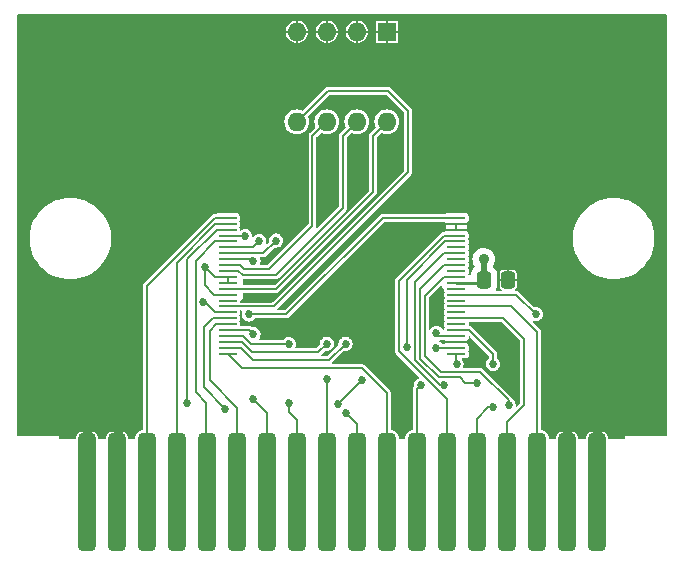
<source format=gbr>
G04 #@! TF.GenerationSoftware,KiCad,Pcbnew,(7.0.0-0)*
G04 #@! TF.CreationDate,2023-03-14T17:22:47-07:00*
G04 #@! TF.ProjectId,qcard-multicart,71636172-642d-46d7-956c-746963617274,3*
G04 #@! TF.SameCoordinates,Original*
G04 #@! TF.FileFunction,Copper,L1,Top*
G04 #@! TF.FilePolarity,Positive*
%FSLAX46Y46*%
G04 Gerber Fmt 4.6, Leading zero omitted, Abs format (unit mm)*
G04 Created by KiCad (PCBNEW (7.0.0-0)) date 2023-03-14 17:22:47*
%MOMM*%
%LPD*%
G01*
G04 APERTURE LIST*
G04 Aperture macros list*
%AMRoundRect*
0 Rectangle with rounded corners*
0 $1 Rounding radius*
0 $2 $3 $4 $5 $6 $7 $8 $9 X,Y pos of 4 corners*
0 Add a 4 corners polygon primitive as box body*
4,1,4,$2,$3,$4,$5,$6,$7,$8,$9,$2,$3,0*
0 Add four circle primitives for the rounded corners*
1,1,$1+$1,$2,$3*
1,1,$1+$1,$4,$5*
1,1,$1+$1,$6,$7*
1,1,$1+$1,$8,$9*
0 Add four rect primitives between the rounded corners*
20,1,$1+$1,$2,$3,$4,$5,0*
20,1,$1+$1,$4,$5,$6,$7,0*
20,1,$1+$1,$6,$7,$8,$9,0*
20,1,$1+$1,$8,$9,$2,$3,0*%
G04 Aperture macros list end*
G04 #@! TA.AperFunction,SMDPad,CuDef*
%ADD10R,1.540000X0.280000*%
G04 #@! TD*
G04 #@! TA.AperFunction,ComponentPad*
%ADD11R,1.600000X1.600000*%
G04 #@! TD*
G04 #@! TA.AperFunction,ComponentPad*
%ADD12O,1.600000X1.600000*%
G04 #@! TD*
G04 #@! TA.AperFunction,ConnectorPad*
%ADD13RoundRect,0.375000X-0.375000X-4.625000X0.375000X-4.625000X0.375000X4.625000X-0.375000X4.625000X0*%
G04 #@! TD*
G04 #@! TA.AperFunction,SMDPad,CuDef*
%ADD14RoundRect,0.250000X0.337500X0.475000X-0.337500X0.475000X-0.337500X-0.475000X0.337500X-0.475000X0*%
G04 #@! TD*
G04 #@! TA.AperFunction,ViaPad*
%ADD15C,0.889000*%
G04 #@! TD*
G04 #@! TA.AperFunction,ViaPad*
%ADD16C,0.685800*%
G04 #@! TD*
G04 #@! TA.AperFunction,Conductor*
%ADD17C,0.152400*%
G04 #@! TD*
G04 #@! TA.AperFunction,Conductor*
%ADD18C,0.762000*%
G04 #@! TD*
G04 #@! TA.AperFunction,Conductor*
%ADD19C,0.254000*%
G04 #@! TD*
G04 #@! TA.AperFunction,Conductor*
%ADD20C,0.508000*%
G04 #@! TD*
G04 APERTURE END LIST*
D10*
X87309999Y-52249999D03*
X87309999Y-52749999D03*
X87309999Y-53249999D03*
X87309999Y-53749999D03*
X87309999Y-54249999D03*
X87309999Y-54749999D03*
X87309999Y-55249999D03*
X87309999Y-55749999D03*
X87309999Y-56249999D03*
X87309999Y-56749999D03*
X87309999Y-57249999D03*
X87309999Y-57749999D03*
X87309999Y-58249999D03*
X87309999Y-58749999D03*
X87309999Y-59249999D03*
X87309999Y-59749999D03*
X87309999Y-60249999D03*
X87309999Y-60749999D03*
X87309999Y-61249999D03*
X87309999Y-61749999D03*
X87309999Y-62249999D03*
X87309999Y-62749999D03*
X87309999Y-63249999D03*
X87309999Y-63749999D03*
X106689999Y-63749999D03*
X106689999Y-63249999D03*
X106689999Y-62749999D03*
X106689999Y-62249999D03*
X106689999Y-61749999D03*
X106689999Y-61249999D03*
X106689999Y-60749999D03*
X106689999Y-60249999D03*
X106689999Y-59749999D03*
X106689999Y-59249999D03*
X106689999Y-58749999D03*
X106689999Y-58249999D03*
X106689999Y-57749999D03*
X106689999Y-57249999D03*
X106689999Y-56749999D03*
X106689999Y-56249999D03*
X106689999Y-55749999D03*
X106689999Y-55249999D03*
X106689999Y-54749999D03*
X106689999Y-54249999D03*
X106689999Y-53749999D03*
X106689999Y-53249999D03*
X106689999Y-52749999D03*
X106689999Y-52249999D03*
D11*
X100799999Y-36499999D03*
D12*
X98259999Y-36499999D03*
X95719999Y-36499999D03*
X93179999Y-36499999D03*
X93179999Y-44119999D03*
X95719999Y-44119999D03*
X98259999Y-44119999D03*
X100799999Y-44119999D03*
D13*
X75410000Y-75500000D03*
X77950000Y-75500000D03*
X80490000Y-75500000D03*
X83030000Y-75500000D03*
X85570000Y-75500000D03*
X88110000Y-75500000D03*
X90650000Y-75500000D03*
X93190000Y-75500000D03*
X95730000Y-75500000D03*
X98270000Y-75500000D03*
X100810000Y-75500000D03*
X103350000Y-75500000D03*
X105890000Y-75500000D03*
X108430000Y-75500000D03*
X110970000Y-75500000D03*
X113510000Y-75500000D03*
X116050000Y-75500000D03*
X118590000Y-75500000D03*
D14*
X111075000Y-57500000D03*
X109000000Y-57500000D03*
D15*
X121000000Y-66900000D03*
X117300000Y-66900000D03*
D16*
X113300000Y-44800000D03*
X82100000Y-44800000D03*
X110000000Y-62000000D03*
X99800000Y-56300000D03*
X105000000Y-63250000D03*
X96654800Y-68000000D03*
X98672600Y-66000000D03*
X105000000Y-62000000D03*
X83900000Y-67900000D03*
X88800000Y-53800000D03*
X90000000Y-54200000D03*
X91425601Y-54174399D03*
X89500000Y-55922600D03*
D15*
X109000000Y-55750000D03*
D16*
X85400000Y-56400000D03*
X85272600Y-59400000D03*
X87100000Y-68400000D03*
X89500000Y-67600000D03*
X89500000Y-62100000D03*
X92500000Y-62927400D03*
X92527400Y-67900000D03*
X95700000Y-62900000D03*
X95700000Y-65900000D03*
X97300000Y-62900000D03*
X97327400Y-68800000D03*
X106700000Y-64627400D03*
X103700000Y-66400000D03*
X120000000Y-40500000D03*
X106400000Y-48000000D03*
D15*
X74400000Y-66900000D03*
X78100000Y-66900000D03*
D16*
X74400000Y-40500000D03*
X88000000Y-48000000D03*
X105000000Y-60800000D03*
X109800000Y-68300000D03*
X109800000Y-64600000D03*
X113400000Y-60400000D03*
X111100000Y-68100000D03*
X108400000Y-66200000D03*
X105675601Y-66424399D03*
X102475601Y-63200000D03*
X89100000Y-60422600D03*
D17*
X83030000Y-75500000D02*
X83030000Y-56034336D01*
X87280200Y-52779800D02*
X87310000Y-52750000D01*
X83030000Y-56034336D02*
X86284536Y-52779800D01*
X86284536Y-52779800D02*
X87280200Y-52779800D01*
D18*
X118600000Y-69575000D02*
X118600000Y-75425000D01*
X116010000Y-75475000D02*
X116010000Y-69585000D01*
X116010000Y-69585000D02*
X116000000Y-69575000D01*
X116000000Y-69575000D02*
X118600000Y-69575000D01*
X118600000Y-75425000D02*
X118550000Y-75475000D01*
D17*
X87310000Y-58250000D02*
X91450000Y-58250000D01*
X91450000Y-58250000D02*
X99600000Y-50100000D01*
X99600000Y-45300000D02*
X99620000Y-45300000D01*
X99600000Y-50100000D02*
X99600000Y-45300000D01*
X99620000Y-45300000D02*
X100800000Y-44120000D01*
X94500000Y-48100000D02*
X94500000Y-45300000D01*
X95680000Y-44120000D02*
X95720000Y-44120000D01*
X94500000Y-45300000D02*
X95680000Y-44120000D01*
X87310000Y-56750000D02*
X88232400Y-56750000D01*
X97100000Y-51400000D02*
X97100000Y-45280000D01*
X88232400Y-56750000D02*
X88582400Y-57100000D01*
X88582400Y-57100000D02*
X91400000Y-57100000D01*
X91400000Y-57100000D02*
X97100000Y-51400000D01*
X97100000Y-45280000D02*
X98260000Y-44120000D01*
X94500000Y-48100000D02*
X94500000Y-52900000D01*
X87310000Y-59750000D02*
X91250000Y-59750000D01*
X91250000Y-59750000D02*
X102600000Y-48400000D01*
X102600000Y-48400000D02*
X102600000Y-43200000D01*
X102600000Y-43200000D02*
X100900000Y-41500000D01*
X100900000Y-41500000D02*
X95800000Y-41500000D01*
X95800000Y-41500000D02*
X93180000Y-44120000D01*
X88375492Y-56250000D02*
X87310000Y-56250000D01*
X88721192Y-56595700D02*
X88375492Y-56250000D01*
X90804300Y-56595700D02*
X88721192Y-56595700D01*
X94500000Y-52900000D02*
X90804300Y-56595700D01*
X105000000Y-63250000D02*
X106690000Y-63250000D01*
X98672600Y-66000000D02*
X98654800Y-66000000D01*
X98654800Y-66000000D02*
X96654800Y-68000000D01*
X102475601Y-63200000D02*
X102475601Y-57496567D01*
X102475601Y-57496567D02*
X105722168Y-54250000D01*
X105722168Y-54250000D02*
X106690000Y-54250000D01*
X95700000Y-75470000D02*
X95730000Y-75500000D01*
X95700000Y-65900000D02*
X95700000Y-75470000D01*
X98270000Y-69742600D02*
X98270000Y-75500000D01*
X97327400Y-68800000D02*
X98270000Y-69742600D01*
X105250000Y-62250000D02*
X105000000Y-62000000D01*
X106690000Y-62250000D02*
X105250000Y-62250000D01*
X80490000Y-57999600D02*
X86239600Y-52250000D01*
X80490000Y-75500000D02*
X80490000Y-57999600D01*
X86239600Y-52250000D02*
X87310000Y-52250000D01*
X83900000Y-55739072D02*
X86389072Y-53250000D01*
X83900000Y-67900000D02*
X83900000Y-55739072D01*
X86389072Y-53250000D02*
X87310000Y-53250000D01*
X88800000Y-53800000D02*
X88779800Y-53779800D01*
X88779800Y-53779800D02*
X88100000Y-53779800D01*
X84600000Y-55889600D02*
X84600000Y-67000000D01*
X84600000Y-67000000D02*
X85500000Y-67900000D01*
X85500000Y-75430000D02*
X85570000Y-75500000D01*
X87310000Y-54250000D02*
X86239600Y-54250000D01*
X86239600Y-54250000D02*
X84600000Y-55889600D01*
X85500000Y-67900000D02*
X85500000Y-75430000D01*
X89450000Y-54750000D02*
X87310000Y-54750000D01*
X90000000Y-54200000D02*
X89450000Y-54750000D01*
X91425601Y-54174399D02*
X90350000Y-55250000D01*
X90350000Y-55250000D02*
X87310000Y-55250000D01*
X89327400Y-55750000D02*
X87310000Y-55750000D01*
X89500000Y-55922600D02*
X89327400Y-55750000D01*
X85400000Y-57950000D02*
X85400000Y-56400000D01*
X86200000Y-58750000D02*
X85400000Y-57950000D01*
X87310000Y-57250000D02*
X86250000Y-57250000D01*
X108750000Y-57750000D02*
X109000000Y-57500000D01*
X86250000Y-57250000D02*
X85400000Y-56400000D01*
D19*
X106690000Y-57750000D02*
X108750000Y-57750000D01*
D20*
X109000000Y-55750000D02*
X109000000Y-57500000D01*
D17*
X87310000Y-57750000D02*
X87310000Y-57250000D01*
X87310000Y-58750000D02*
X86200000Y-58750000D01*
X86239600Y-60250000D02*
X87310000Y-60250000D01*
X85389600Y-59400000D02*
X86239600Y-60250000D01*
X85272600Y-59400000D02*
X85389600Y-59400000D01*
X86050000Y-60750000D02*
X85300000Y-61500000D01*
X85300000Y-66600000D02*
X87100000Y-68400000D01*
X85300000Y-61500000D02*
X85300000Y-66600000D01*
X87310000Y-60750000D02*
X86050000Y-60750000D01*
X88110000Y-68310000D02*
X88110000Y-75500000D01*
X85800000Y-66000000D02*
X88110000Y-68310000D01*
X87310000Y-61250000D02*
X86350000Y-61250000D01*
X85800000Y-61800000D02*
X85800000Y-66000000D01*
X86350000Y-61250000D02*
X85800000Y-61800000D01*
X90650000Y-68750000D02*
X90650000Y-75500000D01*
X89500000Y-67600000D02*
X90650000Y-68750000D01*
X89500000Y-62100000D02*
X89150000Y-61750000D01*
X89150000Y-61750000D02*
X87310000Y-61750000D01*
X92527400Y-67900000D02*
X92527400Y-68727400D01*
X89275492Y-62927400D02*
X88598092Y-62250000D01*
X93190000Y-69390000D02*
X93190000Y-75500000D01*
X92500000Y-62927400D02*
X89275492Y-62927400D01*
X88598092Y-62250000D02*
X87310000Y-62250000D01*
X92527400Y-68727400D02*
X93190000Y-69390000D01*
X95000000Y-63600000D02*
X89373356Y-63600000D01*
X88523356Y-62750000D02*
X87310000Y-62750000D01*
X95700000Y-62900000D02*
X95000000Y-63600000D01*
X89373356Y-63600000D02*
X88523356Y-62750000D01*
X97300000Y-62900000D02*
X95900000Y-64300000D01*
X95900000Y-64300000D02*
X89498620Y-64300000D01*
X88448620Y-63250000D02*
X87310000Y-63250000D01*
X89498620Y-64300000D02*
X88448620Y-63250000D01*
X88533100Y-64973100D02*
X98673100Y-64973100D01*
X100810000Y-67110000D02*
X100810000Y-75500000D01*
X98673100Y-64973100D02*
X100810000Y-67110000D01*
X87310000Y-63750000D02*
X88533100Y-64973100D01*
X103350000Y-75500000D02*
X103350000Y-66750000D01*
X103350000Y-66750000D02*
X103700000Y-66400000D01*
X106700000Y-64627400D02*
X106690000Y-64617400D01*
X106690000Y-64617400D02*
X106690000Y-63750000D01*
D18*
X78000000Y-75450000D02*
X77950000Y-75500000D01*
X75400000Y-69600000D02*
X78000000Y-69600000D01*
X75410000Y-69610000D02*
X75400000Y-69600000D01*
X75410000Y-75500000D02*
X75410000Y-69610000D01*
D17*
X106690000Y-52750000D02*
X106690000Y-53250000D01*
D18*
X78000000Y-69600000D02*
X78000000Y-75450000D01*
D17*
X109800000Y-63789600D02*
X109800000Y-64600000D01*
X108400000Y-69300000D02*
X108400000Y-75470000D01*
X109800000Y-68300000D02*
X109400000Y-68300000D01*
X106690000Y-61750000D02*
X107760400Y-61750000D01*
X107760400Y-61750000D02*
X109800000Y-63789600D01*
X108400000Y-75470000D02*
X108430000Y-75500000D01*
X109400000Y-68300000D02*
X108400000Y-69300000D01*
X112400000Y-68100000D02*
X110970000Y-69530000D01*
X110970000Y-69530000D02*
X110970000Y-75500000D01*
X112400000Y-62500000D02*
X112400000Y-68100000D01*
X110650000Y-60750000D02*
X112400000Y-62500000D01*
X106690000Y-60750000D02*
X110650000Y-60750000D01*
X106690000Y-59750000D02*
X111350000Y-59750000D01*
X113510000Y-61910000D02*
X113510000Y-75500000D01*
X111350000Y-59750000D02*
X113510000Y-61910000D01*
X106690000Y-58750000D02*
X111750000Y-58750000D01*
X111750000Y-58750000D02*
X113400000Y-60400000D01*
X104006400Y-58863200D02*
X104006400Y-62456928D01*
X105400000Y-65300000D02*
X108700000Y-65300000D01*
X104012800Y-62463328D02*
X104012800Y-63912800D01*
X111100000Y-67700000D02*
X111100000Y-68100000D01*
X104006400Y-62456928D02*
X104012800Y-62463328D01*
X106690000Y-57250000D02*
X105619600Y-57250000D01*
X105619600Y-57250000D02*
X104006400Y-58863200D01*
X108700000Y-65300000D02*
X111100000Y-67700000D01*
X104012800Y-63912800D02*
X105400000Y-65300000D01*
X108400000Y-66200000D02*
X107400000Y-66200000D01*
X103606400Y-64156928D02*
X103606400Y-62631664D01*
X105650000Y-56250000D02*
X106690000Y-56250000D01*
X106951299Y-65751299D02*
X105200771Y-65751299D01*
X103606400Y-62631664D02*
X103600000Y-62625264D01*
X103600000Y-58300000D02*
X105650000Y-56250000D01*
X107400000Y-66200000D02*
X106951299Y-65751299D01*
X103600000Y-62625264D02*
X103600000Y-58300000D01*
X105200771Y-65751299D02*
X103606400Y-64156928D01*
X103200000Y-64325264D02*
X103200000Y-62800000D01*
X105675601Y-66424399D02*
X105299135Y-66424399D01*
X103193600Y-57706400D02*
X105650000Y-55250000D01*
X105299135Y-66424399D02*
X103200000Y-64325264D01*
X103193600Y-62793600D02*
X103193600Y-57706400D01*
X105650000Y-55250000D02*
X106690000Y-55250000D01*
X103200000Y-62800000D02*
X103193600Y-62793600D01*
X105890000Y-67590000D02*
X105890000Y-75500000D01*
X105619600Y-53750000D02*
X101800000Y-57569600D01*
X101800000Y-57569600D02*
X101800000Y-63500000D01*
X106690000Y-53750000D02*
X105619600Y-53750000D01*
X101800000Y-63500000D02*
X105890000Y-67590000D01*
X89100000Y-60422600D02*
X92277400Y-60422600D01*
X100450000Y-52250000D02*
X106690000Y-52250000D01*
X92277400Y-60422600D02*
X100450000Y-52250000D01*
G04 #@! TA.AperFunction,Conductor*
G36*
X124462500Y-35010414D02*
G01*
X124489586Y-35037500D01*
X124499500Y-35074500D01*
X124499500Y-70675500D01*
X124489586Y-70712500D01*
X124462500Y-70739586D01*
X124425500Y-70749500D01*
X121000099Y-70749500D01*
X121000000Y-70749459D01*
X120999901Y-70749500D01*
X120999617Y-70749617D01*
X120999459Y-70750000D01*
X120999500Y-70750099D01*
X120999500Y-70757095D01*
X120999500Y-70926000D01*
X120989586Y-70963000D01*
X120962500Y-70990086D01*
X120925500Y-71000000D01*
X119564000Y-71000000D01*
X119527000Y-70990086D01*
X119499914Y-70963000D01*
X119490000Y-70926000D01*
X119490000Y-70836113D01*
X119489735Y-70831697D01*
X119480433Y-70754239D01*
X119478128Y-70745119D01*
X119428781Y-70619982D01*
X119423866Y-70611240D01*
X119342777Y-70504309D01*
X119335690Y-70497222D01*
X119228759Y-70416133D01*
X119220017Y-70411218D01*
X119094880Y-70361871D01*
X119085760Y-70359566D01*
X119008302Y-70350264D01*
X119003887Y-70350000D01*
X118674743Y-70350000D01*
X118667059Y-70352059D01*
X118665000Y-70359743D01*
X118665000Y-71000000D01*
X118515000Y-71000000D01*
X118515000Y-70359743D01*
X118512940Y-70352059D01*
X118505257Y-70350000D01*
X118176113Y-70350000D01*
X118171697Y-70350264D01*
X118094239Y-70359566D01*
X118085119Y-70361871D01*
X117959982Y-70411218D01*
X117951240Y-70416133D01*
X117844309Y-70497222D01*
X117837222Y-70504309D01*
X117756133Y-70611240D01*
X117751218Y-70619982D01*
X117701871Y-70745119D01*
X117699566Y-70754239D01*
X117690264Y-70831697D01*
X117690000Y-70836113D01*
X117690000Y-70926000D01*
X117680086Y-70963000D01*
X117653000Y-70990086D01*
X117616000Y-71000000D01*
X117024000Y-71000000D01*
X116987000Y-70990086D01*
X116959914Y-70963000D01*
X116950000Y-70926000D01*
X116950000Y-70836113D01*
X116949735Y-70831697D01*
X116940433Y-70754239D01*
X116938128Y-70745119D01*
X116888781Y-70619982D01*
X116883866Y-70611240D01*
X116802777Y-70504309D01*
X116795690Y-70497222D01*
X116688759Y-70416133D01*
X116680017Y-70411218D01*
X116554880Y-70361871D01*
X116545760Y-70359566D01*
X116468302Y-70350264D01*
X116463887Y-70350000D01*
X116134743Y-70350000D01*
X116127059Y-70352059D01*
X116125000Y-70359743D01*
X116125000Y-71000000D01*
X115975000Y-71000000D01*
X115975000Y-70359743D01*
X115972940Y-70352059D01*
X115965257Y-70350000D01*
X115636113Y-70350000D01*
X115631697Y-70350264D01*
X115554239Y-70359566D01*
X115545119Y-70361871D01*
X115419982Y-70411218D01*
X115411240Y-70416133D01*
X115304309Y-70497222D01*
X115297222Y-70504309D01*
X115216133Y-70611240D01*
X115211218Y-70619982D01*
X115161871Y-70745119D01*
X115159566Y-70754239D01*
X115150264Y-70831697D01*
X115150000Y-70836113D01*
X115150000Y-70926000D01*
X115140086Y-70963000D01*
X115113000Y-70990086D01*
X115076000Y-71000000D01*
X114588499Y-71000000D01*
X114551499Y-70990086D01*
X114524413Y-70963000D01*
X114514499Y-70926000D01*
X114514499Y-70812888D01*
X114514499Y-70812885D01*
X114514499Y-70811434D01*
X114511691Y-70775742D01*
X114505444Y-70754239D01*
X114468617Y-70627479D01*
X114468616Y-70627478D01*
X114467318Y-70623008D01*
X114386356Y-70486109D01*
X114273891Y-70373644D01*
X114269883Y-70371274D01*
X114269881Y-70371272D01*
X114140999Y-70295052D01*
X114141000Y-70295052D01*
X114136992Y-70292682D01*
X114132525Y-70291384D01*
X114132520Y-70291382D01*
X113987888Y-70249363D01*
X113987882Y-70249361D01*
X113984258Y-70248309D01*
X113980490Y-70248012D01*
X113980488Y-70248012D01*
X113950013Y-70245613D01*
X113949992Y-70245612D01*
X113948567Y-70245500D01*
X113947115Y-70245500D01*
X113914700Y-70245500D01*
X113877700Y-70235586D01*
X113850614Y-70208500D01*
X113840700Y-70171500D01*
X113840700Y-61927669D01*
X113840982Y-61921220D01*
X113841520Y-61915066D01*
X113844524Y-61880733D01*
X113834001Y-61841464D01*
X113832610Y-61835189D01*
X113825551Y-61795149D01*
X113822310Y-61789536D01*
X113820823Y-61785451D01*
X113817848Y-61778268D01*
X113816015Y-61774337D01*
X113814340Y-61768083D01*
X113791022Y-61734783D01*
X113787554Y-61729338D01*
X113770476Y-61699758D01*
X113767239Y-61694151D01*
X113736099Y-61668021D01*
X113731340Y-61663660D01*
X113172955Y-61105275D01*
X113151914Y-61062606D01*
X113161197Y-61015946D01*
X113196967Y-60984580D01*
X113242951Y-60981569D01*
X113244047Y-60982023D01*
X113400000Y-61002555D01*
X113555953Y-60982023D01*
X113701278Y-60921828D01*
X113826071Y-60826071D01*
X113921828Y-60701278D01*
X113982023Y-60555953D01*
X114002555Y-60400000D01*
X113982023Y-60244047D01*
X113921828Y-60098723D01*
X113826071Y-59973929D01*
X113822220Y-59970974D01*
X113705128Y-59881126D01*
X113705126Y-59881125D01*
X113701278Y-59878172D01*
X113696794Y-59876314D01*
X113696793Y-59876314D01*
X113560434Y-59819833D01*
X113560433Y-59819832D01*
X113555953Y-59817977D01*
X113400000Y-59797445D01*
X113395192Y-59798078D01*
X113395191Y-59798078D01*
X113316995Y-59808372D01*
X113283550Y-59805078D01*
X113255011Y-59787331D01*
X111996333Y-58528653D01*
X111991972Y-58523893D01*
X111970012Y-58497722D01*
X111970011Y-58497721D01*
X111965849Y-58492761D01*
X111960242Y-58489523D01*
X111960240Y-58489522D01*
X111930653Y-58472440D01*
X111925209Y-58468972D01*
X111897220Y-58449374D01*
X111891916Y-58445660D01*
X111885662Y-58443984D01*
X111881755Y-58442162D01*
X111874517Y-58439164D01*
X111870459Y-58437686D01*
X111864851Y-58434449D01*
X111858477Y-58433325D01*
X111858474Y-58433324D01*
X111824823Y-58427391D01*
X111818521Y-58425994D01*
X111785521Y-58417151D01*
X111785516Y-58417150D01*
X111779267Y-58415476D01*
X111772817Y-58416040D01*
X111772814Y-58416040D01*
X111738780Y-58419018D01*
X111732331Y-58419300D01*
X111712538Y-58419300D01*
X111671426Y-58406829D01*
X111644171Y-58373619D01*
X111639960Y-58330863D01*
X111660212Y-58292974D01*
X111736021Y-58217164D01*
X111742786Y-58207852D01*
X111795018Y-58105341D01*
X111798576Y-58094392D01*
X111812044Y-58009353D01*
X111812500Y-58003572D01*
X111812500Y-57584743D01*
X111810440Y-57577059D01*
X111802757Y-57575000D01*
X110347244Y-57575000D01*
X110339560Y-57577059D01*
X110337501Y-57584743D01*
X110337501Y-58003571D01*
X110337956Y-58009354D01*
X110351423Y-58094393D01*
X110354980Y-58105340D01*
X110407213Y-58207852D01*
X110413978Y-58217164D01*
X110489788Y-58292974D01*
X110510040Y-58330863D01*
X110505829Y-58373619D01*
X110478574Y-58406829D01*
X110437462Y-58419300D01*
X110087223Y-58419300D01*
X110049758Y-58409115D01*
X110022606Y-58381364D01*
X110013241Y-58343685D01*
X110024241Y-58306451D01*
X110025113Y-58305036D01*
X110029615Y-58297738D01*
X110085387Y-58129426D01*
X110096000Y-58025545D01*
X110095999Y-57415257D01*
X110337500Y-57415257D01*
X110339559Y-57422940D01*
X110347243Y-57425000D01*
X110990257Y-57425000D01*
X110997940Y-57422940D01*
X111000000Y-57415257D01*
X111150000Y-57415257D01*
X111152059Y-57422940D01*
X111159743Y-57425000D01*
X111802756Y-57425000D01*
X111810439Y-57422940D01*
X111812499Y-57415257D01*
X111812499Y-56996429D01*
X111812043Y-56990645D01*
X111798576Y-56905606D01*
X111795019Y-56894659D01*
X111742786Y-56792147D01*
X111736021Y-56782835D01*
X111654664Y-56701478D01*
X111645352Y-56694713D01*
X111542841Y-56642481D01*
X111531892Y-56638923D01*
X111446853Y-56625455D01*
X111441072Y-56625000D01*
X111159743Y-56625000D01*
X111152059Y-56627059D01*
X111150000Y-56634743D01*
X111150000Y-57415257D01*
X111000000Y-57415257D01*
X111000000Y-56634744D01*
X110997940Y-56627060D01*
X110990257Y-56625001D01*
X110708929Y-56625001D01*
X110703145Y-56625456D01*
X110618106Y-56638923D01*
X110607159Y-56642480D01*
X110504647Y-56694713D01*
X110495335Y-56701478D01*
X110413978Y-56782835D01*
X110407213Y-56792147D01*
X110354981Y-56894658D01*
X110351423Y-56905607D01*
X110337955Y-56990646D01*
X110337500Y-56996428D01*
X110337500Y-57415257D01*
X110095999Y-57415257D01*
X110095999Y-56974456D01*
X110085387Y-56870574D01*
X110029615Y-56702262D01*
X109936530Y-56551348D01*
X109811152Y-56425970D01*
X109807483Y-56423707D01*
X109807482Y-56423706D01*
X109797651Y-56417642D01*
X109771883Y-56390724D01*
X109762500Y-56354660D01*
X109762500Y-56349591D01*
X109779297Y-56302646D01*
X109781289Y-56300217D01*
X109796224Y-56282020D01*
X109884717Y-56116462D01*
X109939211Y-55936821D01*
X109957611Y-55750000D01*
X109939211Y-55563179D01*
X109884717Y-55383538D01*
X109796224Y-55217980D01*
X109677133Y-55072867D01*
X109532020Y-54953776D01*
X109473526Y-54922510D01*
X109369672Y-54866998D01*
X109369665Y-54866995D01*
X109366462Y-54865283D01*
X109317499Y-54850430D01*
X109190293Y-54811842D01*
X109190290Y-54811841D01*
X109186821Y-54810789D01*
X109183209Y-54810433D01*
X109183208Y-54810433D01*
X109003615Y-54792745D01*
X109000000Y-54792389D01*
X108996385Y-54792745D01*
X108816791Y-54810433D01*
X108816788Y-54810433D01*
X108813179Y-54810789D01*
X108809711Y-54811840D01*
X108809706Y-54811842D01*
X108637018Y-54864227D01*
X108637014Y-54864228D01*
X108633538Y-54865283D01*
X108630337Y-54866993D01*
X108630327Y-54866998D01*
X108471186Y-54952062D01*
X108471183Y-54952063D01*
X108467980Y-54953776D01*
X108465172Y-54956079D01*
X108465171Y-54956081D01*
X108325677Y-55070560D01*
X108325672Y-55070564D01*
X108322867Y-55072867D01*
X108320564Y-55075672D01*
X108320560Y-55075677D01*
X108206081Y-55215171D01*
X108203776Y-55217980D01*
X108202063Y-55221183D01*
X108202062Y-55221186D01*
X108116998Y-55380327D01*
X108116993Y-55380337D01*
X108115283Y-55383538D01*
X108114228Y-55387014D01*
X108114227Y-55387018D01*
X108061842Y-55559706D01*
X108061840Y-55559711D01*
X108060789Y-55563179D01*
X108060433Y-55566788D01*
X108060433Y-55566791D01*
X108048986Y-55683019D01*
X108042389Y-55750000D01*
X108042745Y-55753615D01*
X108056847Y-55896803D01*
X108060789Y-55936821D01*
X108061841Y-55940290D01*
X108061842Y-55940293D01*
X108091264Y-56037282D01*
X108115283Y-56116462D01*
X108116995Y-56119665D01*
X108116998Y-56119672D01*
X108185893Y-56248565D01*
X108203776Y-56282020D01*
X108216182Y-56297137D01*
X108220703Y-56302646D01*
X108237500Y-56349591D01*
X108237500Y-56354660D01*
X108228117Y-56390724D01*
X108202349Y-56417642D01*
X108192517Y-56423706D01*
X108192511Y-56423710D01*
X108188848Y-56425970D01*
X108185805Y-56429012D01*
X108185801Y-56429016D01*
X108066516Y-56548301D01*
X108066512Y-56548305D01*
X108063470Y-56551348D01*
X108061211Y-56555009D01*
X108061208Y-56555014D01*
X107972646Y-56698595D01*
X107972643Y-56698600D01*
X107970385Y-56702262D01*
X107969031Y-56706346D01*
X107969029Y-56706352D01*
X107915883Y-56866740D01*
X107914613Y-56870574D01*
X107914203Y-56874583D01*
X107914202Y-56874590D01*
X107904190Y-56972587D01*
X107904189Y-56972603D01*
X107904000Y-56974455D01*
X107904000Y-56976334D01*
X107904000Y-57040500D01*
X107894086Y-57077500D01*
X107867000Y-57104586D01*
X107830000Y-57114500D01*
X107781110Y-57114500D01*
X107734164Y-57097702D01*
X107708532Y-57054935D01*
X107700477Y-57014436D01*
X107700477Y-56985564D01*
X107702313Y-56976334D01*
X107714500Y-56915067D01*
X107714499Y-56584934D01*
X107700477Y-56514435D01*
X107700477Y-56485564D01*
X107710210Y-56436632D01*
X107714500Y-56415067D01*
X107714499Y-56084934D01*
X107700477Y-56014435D01*
X107700477Y-55985564D01*
X107703409Y-55970824D01*
X107714500Y-55915067D01*
X107714499Y-55584934D01*
X107700477Y-55514434D01*
X107700477Y-55485564D01*
X107714500Y-55415067D01*
X107714499Y-55084934D01*
X107700477Y-55014434D01*
X107700477Y-54985564D01*
X107714500Y-54915067D01*
X107714499Y-54584934D01*
X107700477Y-54514435D01*
X107700477Y-54485564D01*
X107703336Y-54471192D01*
X107714500Y-54415067D01*
X107714499Y-54187081D01*
X116549500Y-54187081D01*
X116549715Y-54189065D01*
X116549716Y-54189069D01*
X116584695Y-54510699D01*
X116589954Y-54559049D01*
X116590385Y-54561010D01*
X116590386Y-54561012D01*
X116669250Y-54919300D01*
X116670387Y-54924462D01*
X116671023Y-54926351D01*
X116671026Y-54926360D01*
X116769285Y-55217980D01*
X116789858Y-55279038D01*
X116790694Y-55280845D01*
X116790696Y-55280850D01*
X116946126Y-55616806D01*
X116946964Y-55618617D01*
X116947992Y-55620326D01*
X116947996Y-55620333D01*
X117076736Y-55834300D01*
X117139864Y-55939220D01*
X117141077Y-55940816D01*
X117141080Y-55940820D01*
X117271954Y-56112981D01*
X117366297Y-56237087D01*
X117367675Y-56238542D01*
X117367677Y-56238544D01*
X117605206Y-56489301D01*
X117623608Y-56508727D01*
X117908779Y-56750954D01*
X118218469Y-56960928D01*
X118549045Y-57136189D01*
X118896632Y-57274680D01*
X119257155Y-57374779D01*
X119259135Y-57375103D01*
X119259137Y-57375104D01*
X119295242Y-57381023D01*
X119626387Y-57435311D01*
X119906528Y-57450500D01*
X120092451Y-57450500D01*
X120093472Y-57450500D01*
X120373613Y-57435311D01*
X120742845Y-57374779D01*
X121103368Y-57274680D01*
X121450955Y-57136189D01*
X121781531Y-56960928D01*
X122091221Y-56750954D01*
X122376392Y-56508727D01*
X122633703Y-56237087D01*
X122860136Y-55939220D01*
X123053036Y-55618617D01*
X123210142Y-55279038D01*
X123329613Y-54924462D01*
X123410046Y-54559049D01*
X123450500Y-54187081D01*
X123450500Y-53812919D01*
X123410046Y-53440951D01*
X123329613Y-53075538D01*
X123210142Y-52720962D01*
X123053036Y-52381383D01*
X122860136Y-52060780D01*
X122633703Y-51762913D01*
X122521113Y-51644053D01*
X122377762Y-51492719D01*
X122377759Y-51492716D01*
X122376392Y-51491273D01*
X122091221Y-51249046D01*
X122089563Y-51247922D01*
X122089558Y-51247918D01*
X121946852Y-51151162D01*
X121781531Y-51039072D01*
X121779760Y-51038133D01*
X121452729Y-50864751D01*
X121452721Y-50864747D01*
X121450955Y-50863811D01*
X121449091Y-50863068D01*
X121449086Y-50863066D01*
X121105237Y-50726064D01*
X121105226Y-50726060D01*
X121103368Y-50725320D01*
X121101434Y-50724783D01*
X120744777Y-50625757D01*
X120744769Y-50625755D01*
X120742845Y-50625221D01*
X120740878Y-50624898D01*
X120740862Y-50624895D01*
X120375604Y-50565015D01*
X120375596Y-50565014D01*
X120373613Y-50564689D01*
X120371603Y-50564580D01*
X120371594Y-50564579D01*
X120094500Y-50549555D01*
X120094473Y-50549554D01*
X120093472Y-50549500D01*
X119906528Y-50549500D01*
X119905527Y-50549554D01*
X119905499Y-50549555D01*
X119628405Y-50564579D01*
X119628394Y-50564580D01*
X119626387Y-50564689D01*
X119624405Y-50565013D01*
X119624395Y-50565015D01*
X119259137Y-50624895D01*
X119259117Y-50624899D01*
X119257155Y-50625221D01*
X119255234Y-50625754D01*
X119255222Y-50625757D01*
X118898565Y-50724783D01*
X118898559Y-50724784D01*
X118896632Y-50725320D01*
X118894779Y-50726058D01*
X118894762Y-50726064D01*
X118550913Y-50863066D01*
X118550901Y-50863071D01*
X118549045Y-50863811D01*
X118547285Y-50864743D01*
X118547270Y-50864751D01*
X118220239Y-51038133D01*
X118220230Y-51038138D01*
X118218469Y-51039072D01*
X118216812Y-51040194D01*
X118216811Y-51040196D01*
X117910441Y-51247918D01*
X117910427Y-51247928D01*
X117908779Y-51249046D01*
X117907255Y-51250339D01*
X117907249Y-51250345D01*
X117625127Y-51489982D01*
X117625119Y-51489989D01*
X117623608Y-51491273D01*
X117622249Y-51492707D01*
X117622237Y-51492719D01*
X117367677Y-51761455D01*
X117367667Y-51761466D01*
X117366297Y-51762913D01*
X117365086Y-51764505D01*
X117365080Y-51764513D01*
X117141080Y-52059179D01*
X117141071Y-52059191D01*
X117139864Y-52060780D01*
X117138829Y-52062499D01*
X117138825Y-52062506D01*
X116947996Y-52379666D01*
X116947987Y-52379681D01*
X116946964Y-52381383D01*
X116946130Y-52383184D01*
X116946126Y-52383193D01*
X116790696Y-52719149D01*
X116790691Y-52719161D01*
X116789858Y-52720962D01*
X116789222Y-52722848D01*
X116789217Y-52722862D01*
X116671026Y-53073639D01*
X116671022Y-53073653D01*
X116670387Y-53075538D01*
X116669959Y-53077479D01*
X116669957Y-53077489D01*
X116591385Y-53434449D01*
X116589954Y-53440951D01*
X116589737Y-53442945D01*
X116589736Y-53442952D01*
X116551856Y-53791256D01*
X116549500Y-53812919D01*
X116549500Y-54187081D01*
X107714499Y-54187081D01*
X107714499Y-54084934D01*
X107700477Y-54014435D01*
X107700477Y-53985564D01*
X107706367Y-53955953D01*
X107714500Y-53915067D01*
X107714499Y-53584934D01*
X107699734Y-53510699D01*
X107643484Y-53426516D01*
X107637424Y-53422467D01*
X107632271Y-53417314D01*
X107633653Y-53415931D01*
X107618734Y-53399467D01*
X107609999Y-53364586D01*
X107609999Y-53334743D01*
X107607940Y-53327058D01*
X107600257Y-53325000D01*
X105779744Y-53325000D01*
X105772059Y-53327059D01*
X105770001Y-53334742D01*
X105770001Y-53345300D01*
X105760087Y-53382300D01*
X105733001Y-53409386D01*
X105696001Y-53419300D01*
X105637269Y-53419300D01*
X105630820Y-53419018D01*
X105596785Y-53416040D01*
X105596782Y-53416040D01*
X105590333Y-53415476D01*
X105584083Y-53417150D01*
X105584078Y-53417151D01*
X105551077Y-53425994D01*
X105544776Y-53427391D01*
X105511120Y-53433325D01*
X105511116Y-53433326D01*
X105504749Y-53434449D01*
X105499149Y-53437681D01*
X105495131Y-53439144D01*
X105487814Y-53442175D01*
X105483930Y-53443986D01*
X105477684Y-53445660D01*
X105472387Y-53449368D01*
X105472380Y-53449372D01*
X105444383Y-53468975D01*
X105438944Y-53472440D01*
X105409360Y-53489522D01*
X105409358Y-53489523D01*
X105403751Y-53492761D01*
X105393783Y-53504640D01*
X105377627Y-53523893D01*
X105373267Y-53528651D01*
X101578651Y-57323267D01*
X101573892Y-57327627D01*
X101542761Y-57353751D01*
X101539523Y-57359358D01*
X101539522Y-57359360D01*
X101522440Y-57388944D01*
X101518975Y-57394383D01*
X101499372Y-57422380D01*
X101499368Y-57422387D01*
X101495660Y-57427684D01*
X101493986Y-57433930D01*
X101492175Y-57437814D01*
X101489144Y-57445131D01*
X101487681Y-57449149D01*
X101484449Y-57454749D01*
X101483326Y-57461116D01*
X101483325Y-57461120D01*
X101477391Y-57494776D01*
X101475994Y-57501077D01*
X101467151Y-57534078D01*
X101467150Y-57534083D01*
X101465476Y-57540333D01*
X101466040Y-57546782D01*
X101466040Y-57546785D01*
X101469018Y-57580820D01*
X101469300Y-57587269D01*
X101469300Y-63482331D01*
X101469018Y-63488780D01*
X101466040Y-63522814D01*
X101466040Y-63522817D01*
X101465476Y-63529267D01*
X101467150Y-63535516D01*
X101467151Y-63535521D01*
X101475994Y-63568521D01*
X101477391Y-63574823D01*
X101483324Y-63608474D01*
X101483325Y-63608477D01*
X101484449Y-63614851D01*
X101487686Y-63620459D01*
X101489164Y-63624517D01*
X101492162Y-63631755D01*
X101493984Y-63635662D01*
X101495660Y-63641916D01*
X101506828Y-63657866D01*
X101518972Y-63675209D01*
X101522440Y-63680653D01*
X101539522Y-63710240D01*
X101539523Y-63710242D01*
X101542761Y-63715849D01*
X101547721Y-63720011D01*
X101547722Y-63720012D01*
X101573893Y-63741972D01*
X101578653Y-63746333D01*
X103540865Y-65708545D01*
X103561906Y-65751212D01*
X103552625Y-65797871D01*
X103516858Y-65829238D01*
X103403202Y-65876316D01*
X103403197Y-65876318D01*
X103398723Y-65878172D01*
X103394878Y-65881122D01*
X103394875Y-65881124D01*
X103277779Y-65970974D01*
X103277775Y-65970977D01*
X103273929Y-65973929D01*
X103270977Y-65977775D01*
X103270974Y-65977779D01*
X103181124Y-66094875D01*
X103181122Y-66094878D01*
X103178172Y-66098723D01*
X103176320Y-66103193D01*
X103176316Y-66103201D01*
X103119831Y-66239569D01*
X103119829Y-66239574D01*
X103117977Y-66244047D01*
X103117344Y-66248849D01*
X103117344Y-66248852D01*
X103110824Y-66298380D01*
X103097445Y-66400000D01*
X103098078Y-66404808D01*
X103098078Y-66404809D01*
X103108024Y-66480362D01*
X103105702Y-66510722D01*
X103093524Y-66533510D01*
X103092761Y-66534151D01*
X103089527Y-66539751D01*
X103089526Y-66539753D01*
X103072440Y-66569344D01*
X103068975Y-66574783D01*
X103049372Y-66602780D01*
X103049368Y-66602787D01*
X103045660Y-66608084D01*
X103043986Y-66614330D01*
X103042175Y-66618214D01*
X103039144Y-66625531D01*
X103037681Y-66629549D01*
X103034449Y-66635149D01*
X103033326Y-66641516D01*
X103033325Y-66641520D01*
X103027391Y-66675176D01*
X103025994Y-66681477D01*
X103017151Y-66714478D01*
X103017150Y-66714483D01*
X103015476Y-66720733D01*
X103016040Y-66727182D01*
X103016040Y-66727185D01*
X103019018Y-66761220D01*
X103019300Y-66767669D01*
X103019300Y-70171501D01*
X103009386Y-70208501D01*
X102982300Y-70235587D01*
X102945300Y-70245501D01*
X102911434Y-70245501D01*
X102909986Y-70245614D01*
X102909983Y-70245615D01*
X102879509Y-70248012D01*
X102879502Y-70248013D01*
X102875742Y-70248309D01*
X102872123Y-70249360D01*
X102872114Y-70249362D01*
X102727479Y-70291382D01*
X102727471Y-70291385D01*
X102723008Y-70292682D01*
X102719002Y-70295051D01*
X102719000Y-70295052D01*
X102590118Y-70371272D01*
X102590112Y-70371276D01*
X102586109Y-70373644D01*
X102582819Y-70376933D01*
X102582815Y-70376937D01*
X102476937Y-70482815D01*
X102476933Y-70482819D01*
X102473644Y-70486109D01*
X102471276Y-70490112D01*
X102471272Y-70490118D01*
X102395052Y-70619000D01*
X102392682Y-70623008D01*
X102391385Y-70627471D01*
X102391382Y-70627479D01*
X102349363Y-70772111D01*
X102349361Y-70772119D01*
X102348309Y-70775742D01*
X102348012Y-70779507D01*
X102348012Y-70779511D01*
X102345613Y-70809986D01*
X102345612Y-70810008D01*
X102345500Y-70811433D01*
X102345500Y-70812885D01*
X102345500Y-70812886D01*
X102345500Y-70926000D01*
X102335586Y-70963000D01*
X102308500Y-70990086D01*
X102271500Y-71000000D01*
X101888499Y-71000000D01*
X101851499Y-70990086D01*
X101824413Y-70963000D01*
X101814499Y-70926000D01*
X101814499Y-70812888D01*
X101814499Y-70812885D01*
X101814499Y-70811434D01*
X101811691Y-70775742D01*
X101805444Y-70754239D01*
X101768617Y-70627479D01*
X101768616Y-70627478D01*
X101767318Y-70623008D01*
X101686356Y-70486109D01*
X101573891Y-70373644D01*
X101569883Y-70371274D01*
X101569881Y-70371272D01*
X101440999Y-70295052D01*
X101441000Y-70295052D01*
X101436992Y-70292682D01*
X101432525Y-70291384D01*
X101432520Y-70291382D01*
X101287888Y-70249363D01*
X101287882Y-70249361D01*
X101284258Y-70248309D01*
X101280490Y-70248012D01*
X101280488Y-70248012D01*
X101250013Y-70245613D01*
X101249992Y-70245612D01*
X101248567Y-70245500D01*
X101247115Y-70245500D01*
X101214700Y-70245500D01*
X101177700Y-70235586D01*
X101150614Y-70208500D01*
X101140700Y-70171500D01*
X101140700Y-67127669D01*
X101140982Y-67121220D01*
X101141539Y-67114851D01*
X101144524Y-67080733D01*
X101134000Y-67041462D01*
X101132607Y-67035173D01*
X101129902Y-67019831D01*
X101125551Y-66995149D01*
X101122311Y-66989537D01*
X101120832Y-66985474D01*
X101117847Y-66978266D01*
X101116015Y-66974338D01*
X101114340Y-66968084D01*
X101099035Y-66946227D01*
X101091028Y-66934791D01*
X101087561Y-66929348D01*
X101070478Y-66899760D01*
X101070476Y-66899757D01*
X101067239Y-66894151D01*
X101036099Y-66868021D01*
X101031340Y-66863660D01*
X98919433Y-64751753D01*
X98915072Y-64746993D01*
X98893112Y-64720822D01*
X98893111Y-64720821D01*
X98888949Y-64715861D01*
X98883342Y-64712623D01*
X98883340Y-64712622D01*
X98853753Y-64695540D01*
X98848309Y-64692072D01*
X98820320Y-64672474D01*
X98815016Y-64668760D01*
X98808762Y-64667084D01*
X98804855Y-64665262D01*
X98797617Y-64662264D01*
X98793559Y-64660786D01*
X98787951Y-64657549D01*
X98781577Y-64656425D01*
X98781574Y-64656424D01*
X98747923Y-64650491D01*
X98741621Y-64649094D01*
X98708621Y-64640251D01*
X98708616Y-64640250D01*
X98702367Y-64638576D01*
X98695917Y-64639140D01*
X98695914Y-64639140D01*
X98661880Y-64642118D01*
X98655431Y-64642400D01*
X96203931Y-64642400D01*
X96162819Y-64629929D01*
X96135564Y-64596719D01*
X96131353Y-64553963D01*
X96151605Y-64516074D01*
X96603423Y-64064256D01*
X97155013Y-63512665D01*
X97183551Y-63494920D01*
X97216994Y-63491626D01*
X97300000Y-63502555D01*
X97455953Y-63482023D01*
X97601278Y-63421828D01*
X97726071Y-63326071D01*
X97821828Y-63201278D01*
X97882023Y-63055953D01*
X97902555Y-62900000D01*
X97882023Y-62744047D01*
X97834673Y-62629734D01*
X97823683Y-62603201D01*
X97823682Y-62603200D01*
X97821828Y-62598723D01*
X97726071Y-62473929D01*
X97713758Y-62464481D01*
X97605128Y-62381126D01*
X97605125Y-62381124D01*
X97601278Y-62378172D01*
X97596794Y-62376314D01*
X97596793Y-62376314D01*
X97460434Y-62319833D01*
X97460433Y-62319832D01*
X97455953Y-62317977D01*
X97300000Y-62297445D01*
X97295192Y-62298078D01*
X97148852Y-62317344D01*
X97148849Y-62317344D01*
X97144047Y-62317977D01*
X97139574Y-62319829D01*
X97139569Y-62319831D01*
X97003201Y-62376316D01*
X97003193Y-62376320D01*
X96998723Y-62378172D01*
X96994878Y-62381122D01*
X96994875Y-62381124D01*
X96877779Y-62470974D01*
X96877775Y-62470977D01*
X96873929Y-62473929D01*
X96870977Y-62477775D01*
X96870974Y-62477779D01*
X96781124Y-62594875D01*
X96781122Y-62594878D01*
X96778172Y-62598723D01*
X96776320Y-62603193D01*
X96776316Y-62603201D01*
X96719831Y-62739569D01*
X96719829Y-62739574D01*
X96717977Y-62744047D01*
X96717344Y-62748849D01*
X96717344Y-62748852D01*
X96702107Y-62864586D01*
X96697445Y-62900000D01*
X96698078Y-62904808D01*
X96708372Y-62983002D01*
X96705078Y-63016448D01*
X96687331Y-63044987D01*
X95784694Y-63947626D01*
X95760687Y-63963667D01*
X95732368Y-63969300D01*
X95280512Y-63969300D01*
X95240752Y-63957711D01*
X95213446Y-63926575D01*
X95207145Y-63885642D01*
X95223824Y-63847735D01*
X95241977Y-63826100D01*
X95246328Y-63821350D01*
X95555013Y-63512665D01*
X95583551Y-63494920D01*
X95616994Y-63491626D01*
X95700000Y-63502555D01*
X95855953Y-63482023D01*
X96001278Y-63421828D01*
X96126071Y-63326071D01*
X96221828Y-63201278D01*
X96282023Y-63055953D01*
X96302555Y-62900000D01*
X96282023Y-62744047D01*
X96234673Y-62629734D01*
X96223683Y-62603201D01*
X96223682Y-62603200D01*
X96221828Y-62598723D01*
X96126071Y-62473929D01*
X96113758Y-62464481D01*
X96005128Y-62381126D01*
X96005125Y-62381124D01*
X96001278Y-62378172D01*
X95996794Y-62376314D01*
X95996793Y-62376314D01*
X95860434Y-62319833D01*
X95860433Y-62319832D01*
X95855953Y-62317977D01*
X95700000Y-62297445D01*
X95695192Y-62298078D01*
X95548852Y-62317344D01*
X95548849Y-62317344D01*
X95544047Y-62317977D01*
X95539574Y-62319829D01*
X95539569Y-62319831D01*
X95403201Y-62376316D01*
X95403193Y-62376320D01*
X95398723Y-62378172D01*
X95394878Y-62381122D01*
X95394875Y-62381124D01*
X95277779Y-62470974D01*
X95277775Y-62470977D01*
X95273929Y-62473929D01*
X95270977Y-62477775D01*
X95270974Y-62477779D01*
X95181124Y-62594875D01*
X95181122Y-62594878D01*
X95178172Y-62598723D01*
X95176320Y-62603193D01*
X95176316Y-62603201D01*
X95119831Y-62739569D01*
X95119829Y-62739574D01*
X95117977Y-62744047D01*
X95117344Y-62748849D01*
X95117344Y-62748852D01*
X95102107Y-62864586D01*
X95097445Y-62900000D01*
X95098078Y-62904808D01*
X95108372Y-62983002D01*
X95105078Y-63016448D01*
X95087331Y-63044987D01*
X94884694Y-63247626D01*
X94860687Y-63263667D01*
X94832368Y-63269300D01*
X93115750Y-63269300D01*
X93070702Y-63254008D01*
X93044272Y-63214453D01*
X93047383Y-63166982D01*
X93077593Y-63094047D01*
X93082023Y-63083353D01*
X93102555Y-62927400D01*
X93082023Y-62771447D01*
X93048114Y-62689584D01*
X93023683Y-62630601D01*
X93023682Y-62630600D01*
X93021828Y-62626123D01*
X92926071Y-62501329D01*
X92831843Y-62429025D01*
X92805128Y-62408526D01*
X92805125Y-62408524D01*
X92801278Y-62405572D01*
X92796794Y-62403714D01*
X92796793Y-62403714D01*
X92660434Y-62347233D01*
X92660433Y-62347232D01*
X92655953Y-62345377D01*
X92500000Y-62324845D01*
X92495192Y-62325478D01*
X92348852Y-62344744D01*
X92348849Y-62344744D01*
X92344047Y-62345377D01*
X92339574Y-62347229D01*
X92339569Y-62347231D01*
X92203201Y-62403716D01*
X92203193Y-62403720D01*
X92198723Y-62405572D01*
X92194878Y-62408522D01*
X92194875Y-62408524D01*
X92077779Y-62498374D01*
X92077775Y-62498377D01*
X92073929Y-62501329D01*
X92070977Y-62505175D01*
X92070974Y-62505179D01*
X92022964Y-62567748D01*
X91996985Y-62589069D01*
X91964256Y-62596700D01*
X90021932Y-62596700D01*
X89982855Y-62585541D01*
X89955563Y-62555429D01*
X89948288Y-62515447D01*
X89963224Y-62477652D01*
X89968533Y-62470733D01*
X90021828Y-62401278D01*
X90082023Y-62255953D01*
X90102555Y-62100000D01*
X90082023Y-61944047D01*
X90021828Y-61798723D01*
X89926071Y-61673929D01*
X89801278Y-61578172D01*
X89796794Y-61576314D01*
X89796793Y-61576314D01*
X89660434Y-61519833D01*
X89660433Y-61519832D01*
X89655953Y-61517977D01*
X89500000Y-61497445D01*
X89495192Y-61498078D01*
X89495190Y-61498078D01*
X89419636Y-61508024D01*
X89389271Y-61505701D01*
X89366489Y-61493524D01*
X89365849Y-61492761D01*
X89360242Y-61489523D01*
X89360240Y-61489522D01*
X89330653Y-61472440D01*
X89325209Y-61468972D01*
X89297220Y-61449374D01*
X89291916Y-61445660D01*
X89285662Y-61443984D01*
X89281755Y-61442162D01*
X89274517Y-61439164D01*
X89270459Y-61437686D01*
X89264851Y-61434449D01*
X89258477Y-61433325D01*
X89258474Y-61433324D01*
X89224823Y-61427391D01*
X89218521Y-61425994D01*
X89185521Y-61417151D01*
X89185516Y-61417150D01*
X89179267Y-61415476D01*
X89172817Y-61416040D01*
X89172814Y-61416040D01*
X89138780Y-61419018D01*
X89132331Y-61419300D01*
X88408500Y-61419300D01*
X88371500Y-61409386D01*
X88344414Y-61382300D01*
X88334500Y-61345300D01*
X88334499Y-61088575D01*
X88334499Y-61088572D01*
X88334499Y-61084934D01*
X88320477Y-61014434D01*
X88320477Y-60985564D01*
X88334500Y-60915067D01*
X88334499Y-60584934D01*
X88320477Y-60514434D01*
X88320477Y-60485564D01*
X88334500Y-60415067D01*
X88334499Y-60154699D01*
X88344413Y-60117700D01*
X88371499Y-60090614D01*
X88408499Y-60080700D01*
X88484250Y-60080700D01*
X88529298Y-60095992D01*
X88555729Y-60135547D01*
X88552617Y-60183019D01*
X88519831Y-60262169D01*
X88519829Y-60262174D01*
X88517977Y-60266647D01*
X88517344Y-60271449D01*
X88517344Y-60271452D01*
X88501053Y-60395192D01*
X88497445Y-60422600D01*
X88517977Y-60578553D01*
X88519832Y-60583033D01*
X88519833Y-60583034D01*
X88570405Y-60705128D01*
X88578172Y-60723878D01*
X88581125Y-60727726D01*
X88581126Y-60727728D01*
X88606604Y-60760931D01*
X88673929Y-60848671D01*
X88798722Y-60944428D01*
X88944047Y-61004623D01*
X89100000Y-61025155D01*
X89255953Y-61004623D01*
X89401278Y-60944428D01*
X89526071Y-60848671D01*
X89577036Y-60782251D01*
X89603015Y-60760931D01*
X89635744Y-60753300D01*
X92259731Y-60753300D01*
X92266180Y-60753582D01*
X92306667Y-60757124D01*
X92345946Y-60746598D01*
X92352210Y-60745210D01*
X92392251Y-60738151D01*
X92397861Y-60734911D01*
X92401929Y-60733431D01*
X92409132Y-60730447D01*
X92413058Y-60728616D01*
X92419316Y-60726940D01*
X92452623Y-60703616D01*
X92458041Y-60700165D01*
X92493249Y-60679839D01*
X92519389Y-60648685D01*
X92523728Y-60643950D01*
X100002423Y-53165257D01*
X105770000Y-53165257D01*
X105772059Y-53172940D01*
X105779743Y-53175000D01*
X106605257Y-53175000D01*
X106612940Y-53172940D01*
X106615000Y-53165257D01*
X106765000Y-53165257D01*
X106767059Y-53172940D01*
X106774743Y-53175000D01*
X107600256Y-53175000D01*
X107607939Y-53172940D01*
X107609999Y-53165257D01*
X107609999Y-53098867D01*
X107609288Y-53091652D01*
X107602718Y-53058622D01*
X107597247Y-53045411D01*
X107594372Y-53041108D01*
X107581903Y-52999996D01*
X107594376Y-52958884D01*
X107597249Y-52954583D01*
X107602718Y-52941380D01*
X107609289Y-52908344D01*
X107610000Y-52901135D01*
X107610000Y-52834743D01*
X107607940Y-52827059D01*
X107600257Y-52825000D01*
X106774743Y-52825000D01*
X106767059Y-52827059D01*
X106765000Y-52834743D01*
X106765000Y-53165257D01*
X106615000Y-53165257D01*
X106615000Y-52834743D01*
X106612940Y-52827059D01*
X106605257Y-52825000D01*
X105779744Y-52825000D01*
X105772060Y-52827059D01*
X105770001Y-52834743D01*
X105770001Y-52901133D01*
X105770711Y-52908347D01*
X105777281Y-52941377D01*
X105782751Y-52954586D01*
X105785626Y-52958888D01*
X105798096Y-52999996D01*
X105785629Y-53041104D01*
X105782753Y-53045408D01*
X105777281Y-53058619D01*
X105770710Y-53091655D01*
X105770000Y-53098865D01*
X105770000Y-53165257D01*
X100002423Y-53165257D01*
X100565306Y-52602374D01*
X100589314Y-52586333D01*
X100617633Y-52580700D01*
X105696000Y-52580700D01*
X105733000Y-52590614D01*
X105760086Y-52617700D01*
X105770000Y-52654700D01*
X105770000Y-52665257D01*
X105772059Y-52672940D01*
X105779743Y-52675000D01*
X107600256Y-52675000D01*
X107607939Y-52672940D01*
X107609999Y-52665257D01*
X107609999Y-52635412D01*
X107618735Y-52600532D01*
X107633653Y-52584068D01*
X107632271Y-52582686D01*
X107637423Y-52577533D01*
X107643484Y-52573484D01*
X107699734Y-52489301D01*
X107714500Y-52415067D01*
X107714499Y-52084934D01*
X107699734Y-52010699D01*
X107643484Y-51926516D01*
X107629470Y-51917152D01*
X107565360Y-51874314D01*
X107565357Y-51874313D01*
X107559301Y-51870266D01*
X107543229Y-51867069D01*
X107488637Y-51856210D01*
X107488635Y-51856209D01*
X107485067Y-51855500D01*
X107481427Y-51855500D01*
X105898575Y-51855500D01*
X105898564Y-51855500D01*
X105894934Y-51855501D01*
X105891368Y-51856210D01*
X105891360Y-51856211D01*
X105827848Y-51868843D01*
X105827842Y-51868845D01*
X105820699Y-51870266D01*
X105814643Y-51874312D01*
X105814639Y-51874314D01*
X105765979Y-51906829D01*
X105724867Y-51919300D01*
X100467669Y-51919300D01*
X100461220Y-51919018D01*
X100427185Y-51916040D01*
X100427182Y-51916040D01*
X100420733Y-51915476D01*
X100414483Y-51917150D01*
X100414478Y-51917151D01*
X100381477Y-51925994D01*
X100375176Y-51927391D01*
X100341520Y-51933325D01*
X100341516Y-51933326D01*
X100335149Y-51934449D01*
X100329549Y-51937681D01*
X100325531Y-51939144D01*
X100318224Y-51942171D01*
X100314333Y-51943985D01*
X100308084Y-51945660D01*
X100302782Y-51949371D01*
X100302780Y-51949373D01*
X100274790Y-51968971D01*
X100269351Y-51972436D01*
X100239759Y-51989522D01*
X100239757Y-51989524D01*
X100234151Y-51992761D01*
X100229991Y-51997717D01*
X100229990Y-51997719D01*
X100208033Y-52023886D01*
X100203673Y-52028644D01*
X92162094Y-60070226D01*
X92138087Y-60086267D01*
X92109768Y-60091900D01*
X91554431Y-60091900D01*
X91513319Y-60079429D01*
X91486064Y-60046219D01*
X91481853Y-60003463D01*
X91502105Y-59965574D01*
X97151232Y-54316447D01*
X102821350Y-48646328D01*
X102826085Y-48641989D01*
X102857239Y-48615849D01*
X102877565Y-48580641D01*
X102881016Y-48575223D01*
X102904340Y-48541916D01*
X102906016Y-48535658D01*
X102907847Y-48531732D01*
X102910831Y-48524529D01*
X102912311Y-48520461D01*
X102915551Y-48514851D01*
X102922610Y-48474810D01*
X102923998Y-48468546D01*
X102934524Y-48429267D01*
X102930982Y-48388780D01*
X102930700Y-48382331D01*
X102930700Y-43217669D01*
X102930982Y-43211220D01*
X102931101Y-43209856D01*
X102934524Y-43170733D01*
X102924000Y-43131462D01*
X102922607Y-43125173D01*
X102916675Y-43091526D01*
X102915551Y-43085149D01*
X102912311Y-43079537D01*
X102910832Y-43075474D01*
X102907847Y-43068266D01*
X102906015Y-43064338D01*
X102904340Y-43058084D01*
X102881028Y-43024791D01*
X102877561Y-43019348D01*
X102860478Y-42989760D01*
X102860476Y-42989757D01*
X102857239Y-42984151D01*
X102826099Y-42958021D01*
X102821340Y-42953660D01*
X101146333Y-41278653D01*
X101141972Y-41273893D01*
X101120012Y-41247722D01*
X101120010Y-41247720D01*
X101115849Y-41242761D01*
X101110242Y-41239523D01*
X101110240Y-41239522D01*
X101080653Y-41222440D01*
X101075209Y-41218972D01*
X101047220Y-41199374D01*
X101041916Y-41195660D01*
X101035662Y-41193984D01*
X101031755Y-41192162D01*
X101024517Y-41189164D01*
X101020459Y-41187686D01*
X101014851Y-41184449D01*
X101008477Y-41183325D01*
X101008474Y-41183324D01*
X100974823Y-41177391D01*
X100968521Y-41175994D01*
X100935521Y-41167151D01*
X100935516Y-41167150D01*
X100929267Y-41165476D01*
X100922817Y-41166040D01*
X100922814Y-41166040D01*
X100888780Y-41169018D01*
X100882331Y-41169300D01*
X95817669Y-41169300D01*
X95811220Y-41169018D01*
X95777186Y-41166040D01*
X95777182Y-41166040D01*
X95770733Y-41165476D01*
X95764478Y-41167151D01*
X95764474Y-41167152D01*
X95731478Y-41175992D01*
X95725182Y-41177388D01*
X95691523Y-41183324D01*
X95691517Y-41183325D01*
X95685149Y-41184449D01*
X95679548Y-41187681D01*
X95675520Y-41189148D01*
X95668219Y-41192173D01*
X95664336Y-41193983D01*
X95658084Y-41195659D01*
X95652785Y-41199368D01*
X95652779Y-41199372D01*
X95624775Y-41218980D01*
X95619336Y-41222445D01*
X95589760Y-41239522D01*
X95589757Y-41239523D01*
X95584151Y-41242761D01*
X95579991Y-41247717D01*
X95579989Y-41247720D01*
X95558033Y-41273886D01*
X95553673Y-41278644D01*
X93693228Y-43139090D01*
X93651761Y-43159963D01*
X93606021Y-43152027D01*
X93588703Y-43142771D01*
X93588700Y-43142769D01*
X93585492Y-43141055D01*
X93582015Y-43140000D01*
X93582012Y-43139999D01*
X93390191Y-43081811D01*
X93390186Y-43081810D01*
X93386718Y-43080758D01*
X93383106Y-43080402D01*
X93383105Y-43080402D01*
X93183615Y-43060754D01*
X93180000Y-43060398D01*
X93176385Y-43060754D01*
X92976894Y-43080402D01*
X92976891Y-43080402D01*
X92973282Y-43080758D01*
X92969815Y-43081809D01*
X92969808Y-43081811D01*
X92777987Y-43139999D01*
X92777981Y-43140001D01*
X92774508Y-43141055D01*
X92771307Y-43142765D01*
X92771297Y-43142770D01*
X92594523Y-43237259D01*
X92594520Y-43237260D01*
X92591317Y-43238973D01*
X92588509Y-43241276D01*
X92588508Y-43241278D01*
X92433558Y-43368441D01*
X92433552Y-43368446D01*
X92430748Y-43370748D01*
X92428446Y-43373552D01*
X92428441Y-43373558D01*
X92301278Y-43528508D01*
X92298973Y-43531317D01*
X92297260Y-43534520D01*
X92297259Y-43534523D01*
X92202770Y-43711297D01*
X92202765Y-43711307D01*
X92201055Y-43714508D01*
X92200001Y-43717981D01*
X92199999Y-43717987D01*
X92141811Y-43909808D01*
X92141809Y-43909815D01*
X92140758Y-43913282D01*
X92120398Y-44120000D01*
X92140758Y-44326718D01*
X92141810Y-44330186D01*
X92141811Y-44330191D01*
X92199999Y-44522012D01*
X92201055Y-44525492D01*
X92202767Y-44528695D01*
X92202770Y-44528702D01*
X92237898Y-44594421D01*
X92298973Y-44708683D01*
X92430748Y-44869252D01*
X92591317Y-45001027D01*
X92705578Y-45062101D01*
X92771297Y-45097229D01*
X92771299Y-45097230D01*
X92774508Y-45098945D01*
X92973282Y-45159242D01*
X93180000Y-45179602D01*
X93386718Y-45159242D01*
X93585492Y-45098945D01*
X93768683Y-45001027D01*
X93929252Y-44869252D01*
X94061027Y-44708683D01*
X94158945Y-44525492D01*
X94219242Y-44326718D01*
X94239602Y-44120000D01*
X94219242Y-43913282D01*
X94158945Y-43714508D01*
X94147972Y-43693979D01*
X94140035Y-43648238D01*
X94160906Y-43606772D01*
X95915306Y-41852374D01*
X95939314Y-41836333D01*
X95967633Y-41830700D01*
X100732368Y-41830700D01*
X100760687Y-41836333D01*
X100784694Y-41852374D01*
X102247626Y-43315306D01*
X102263667Y-43339313D01*
X102269300Y-43367632D01*
X102269300Y-48232368D01*
X102263667Y-48260687D01*
X102247626Y-48284694D01*
X91134694Y-59397626D01*
X91110687Y-59413667D01*
X91082368Y-59419300D01*
X88443792Y-59419300D01*
X88400510Y-59405322D01*
X88373579Y-59368669D01*
X88373173Y-59323187D01*
X88399446Y-59286060D01*
X88439022Y-59256434D01*
X88439021Y-59256434D01*
X88443261Y-59253261D01*
X88530889Y-59136204D01*
X88581989Y-58999201D01*
X88588500Y-58938638D01*
X88588500Y-58654700D01*
X88598414Y-58617700D01*
X88625500Y-58590614D01*
X88662500Y-58580700D01*
X91432331Y-58580700D01*
X91438780Y-58580982D01*
X91479267Y-58584524D01*
X91518546Y-58573998D01*
X91524810Y-58572610D01*
X91564851Y-58565551D01*
X91570461Y-58562311D01*
X91574529Y-58560831D01*
X91581732Y-58557847D01*
X91585658Y-58556016D01*
X91591916Y-58554340D01*
X91625223Y-58531016D01*
X91630641Y-58527565D01*
X91665849Y-58507239D01*
X91691989Y-58476085D01*
X91696328Y-58471350D01*
X99821357Y-50346322D01*
X99826108Y-50341970D01*
X99852276Y-50320013D01*
X99857239Y-50315849D01*
X99877561Y-50280647D01*
X99881010Y-50275233D01*
X99904341Y-50241916D01*
X99906017Y-50235659D01*
X99907845Y-50231740D01*
X99910829Y-50224537D01*
X99912313Y-50220457D01*
X99915551Y-50214851D01*
X99922609Y-50174820D01*
X99924005Y-50168526D01*
X99932847Y-50135525D01*
X99934524Y-50129267D01*
X99930982Y-50088780D01*
X99930700Y-50082331D01*
X99930700Y-45487632D01*
X99936333Y-45459314D01*
X99952374Y-45435306D01*
X99992374Y-45395306D01*
X100286772Y-45100906D01*
X100328238Y-45080035D01*
X100373979Y-45087972D01*
X100391297Y-45097229D01*
X100391299Y-45097230D01*
X100394508Y-45098945D01*
X100593282Y-45159242D01*
X100800000Y-45179602D01*
X101006718Y-45159242D01*
X101205492Y-45098945D01*
X101388683Y-45001027D01*
X101549252Y-44869252D01*
X101681027Y-44708683D01*
X101778945Y-44525492D01*
X101839242Y-44326718D01*
X101859602Y-44120000D01*
X101839242Y-43913282D01*
X101778945Y-43714508D01*
X101681027Y-43531317D01*
X101549252Y-43370748D01*
X101388683Y-43238973D01*
X101336761Y-43211220D01*
X101208702Y-43142770D01*
X101208695Y-43142767D01*
X101205492Y-43141055D01*
X101202015Y-43140000D01*
X101202012Y-43139999D01*
X101010191Y-43081811D01*
X101010186Y-43081810D01*
X101006718Y-43080758D01*
X101003106Y-43080402D01*
X101003105Y-43080402D01*
X100803615Y-43060754D01*
X100800000Y-43060398D01*
X100796385Y-43060754D01*
X100596894Y-43080402D01*
X100596891Y-43080402D01*
X100593282Y-43080758D01*
X100589815Y-43081809D01*
X100589808Y-43081811D01*
X100397987Y-43139999D01*
X100397981Y-43140001D01*
X100394508Y-43141055D01*
X100391307Y-43142765D01*
X100391297Y-43142770D01*
X100214523Y-43237259D01*
X100214520Y-43237260D01*
X100211317Y-43238973D01*
X100208509Y-43241276D01*
X100208508Y-43241278D01*
X100053558Y-43368441D01*
X100053552Y-43368446D01*
X100050748Y-43370748D01*
X100048446Y-43373552D01*
X100048441Y-43373558D01*
X99921278Y-43528508D01*
X99918973Y-43531317D01*
X99917260Y-43534520D01*
X99917259Y-43534523D01*
X99822770Y-43711297D01*
X99822765Y-43711307D01*
X99821055Y-43714508D01*
X99820001Y-43717981D01*
X99819999Y-43717987D01*
X99761811Y-43909808D01*
X99761809Y-43909815D01*
X99760758Y-43913282D01*
X99740398Y-44120000D01*
X99760758Y-44326718D01*
X99761810Y-44330186D01*
X99761811Y-44330191D01*
X99819999Y-44522012D01*
X99821055Y-44525492D01*
X99822769Y-44528700D01*
X99822771Y-44528703D01*
X99832027Y-44546021D01*
X99839963Y-44591761D01*
X99819090Y-44633228D01*
X99461045Y-44991273D01*
X99443168Y-45002666D01*
X99443787Y-45003737D01*
X99438183Y-45006972D01*
X99432099Y-45009187D01*
X99427140Y-45013347D01*
X99427138Y-45013349D01*
X99414551Y-45023910D01*
X99403993Y-45031303D01*
X99389759Y-45039522D01*
X99389755Y-45039525D01*
X99384151Y-45042761D01*
X99379993Y-45047715D01*
X99379988Y-45047720D01*
X99369425Y-45060309D01*
X99360309Y-45069425D01*
X99347720Y-45079988D01*
X99347715Y-45079993D01*
X99342761Y-45084151D01*
X99339525Y-45089755D01*
X99339522Y-45089759D01*
X99331303Y-45103993D01*
X99323910Y-45114551D01*
X99313347Y-45127140D01*
X99313344Y-45127143D01*
X99309187Y-45132099D01*
X99306974Y-45138176D01*
X99306971Y-45138183D01*
X99301352Y-45153621D01*
X99295904Y-45165306D01*
X99287684Y-45179543D01*
X99287681Y-45179549D01*
X99284449Y-45185149D01*
X99283325Y-45191518D01*
X99283324Y-45191523D01*
X99280470Y-45207711D01*
X99277133Y-45220164D01*
X99271514Y-45235602D01*
X99271512Y-45235608D01*
X99269300Y-45241689D01*
X99269300Y-45248163D01*
X99269300Y-49932367D01*
X99263667Y-49960686D01*
X99247626Y-49984693D01*
X91334694Y-57897626D01*
X91310687Y-57913667D01*
X91282368Y-57919300D01*
X88662500Y-57919300D01*
X88625500Y-57909386D01*
X88598414Y-57882300D01*
X88588500Y-57845300D01*
X88588500Y-57563346D01*
X88588500Y-57561362D01*
X88583258Y-57512610D01*
X88590273Y-57472366D01*
X88617571Y-57441975D01*
X88656835Y-57430700D01*
X91382331Y-57430700D01*
X91388780Y-57430982D01*
X91429267Y-57434524D01*
X91468546Y-57423998D01*
X91474810Y-57422610D01*
X91514851Y-57415551D01*
X91520461Y-57412311D01*
X91524529Y-57410831D01*
X91531732Y-57407847D01*
X91535658Y-57406016D01*
X91541916Y-57404340D01*
X91575223Y-57381016D01*
X91580641Y-57377565D01*
X91615849Y-57357239D01*
X91641989Y-57326085D01*
X91646328Y-57321350D01*
X97321350Y-51646328D01*
X97326085Y-51641989D01*
X97357239Y-51615849D01*
X97377564Y-51580643D01*
X97381013Y-51575228D01*
X97404340Y-51541917D01*
X97406016Y-51535656D01*
X97407854Y-51531717D01*
X97410818Y-51524563D01*
X97412309Y-51520463D01*
X97415551Y-51514851D01*
X97422610Y-51474811D01*
X97423999Y-51468542D01*
X97434524Y-51429267D01*
X97430982Y-51388780D01*
X97430700Y-51382331D01*
X97430700Y-45447632D01*
X97436333Y-45419314D01*
X97452374Y-45395306D01*
X97467735Y-45379943D01*
X97746772Y-45100906D01*
X97788238Y-45080035D01*
X97833979Y-45087972D01*
X97851297Y-45097229D01*
X97851299Y-45097230D01*
X97854508Y-45098945D01*
X98053282Y-45159242D01*
X98260000Y-45179602D01*
X98466718Y-45159242D01*
X98665492Y-45098945D01*
X98848683Y-45001027D01*
X99009252Y-44869252D01*
X99141027Y-44708683D01*
X99238945Y-44525492D01*
X99299242Y-44326718D01*
X99319602Y-44120000D01*
X99299242Y-43913282D01*
X99238945Y-43714508D01*
X99141027Y-43531317D01*
X99009252Y-43370748D01*
X98848683Y-43238973D01*
X98796761Y-43211220D01*
X98668702Y-43142770D01*
X98668695Y-43142767D01*
X98665492Y-43141055D01*
X98662015Y-43140000D01*
X98662012Y-43139999D01*
X98470191Y-43081811D01*
X98470186Y-43081810D01*
X98466718Y-43080758D01*
X98463106Y-43080402D01*
X98463105Y-43080402D01*
X98263615Y-43060754D01*
X98260000Y-43060398D01*
X98256385Y-43060754D01*
X98056894Y-43080402D01*
X98056891Y-43080402D01*
X98053282Y-43080758D01*
X98049815Y-43081809D01*
X98049808Y-43081811D01*
X97857987Y-43139999D01*
X97857981Y-43140001D01*
X97854508Y-43141055D01*
X97851307Y-43142765D01*
X97851297Y-43142770D01*
X97674523Y-43237259D01*
X97674520Y-43237260D01*
X97671317Y-43238973D01*
X97668509Y-43241276D01*
X97668508Y-43241278D01*
X97513558Y-43368441D01*
X97513552Y-43368446D01*
X97510748Y-43370748D01*
X97508446Y-43373552D01*
X97508441Y-43373558D01*
X97381278Y-43528508D01*
X97378973Y-43531317D01*
X97377260Y-43534520D01*
X97377259Y-43534523D01*
X97282770Y-43711297D01*
X97282765Y-43711307D01*
X97281055Y-43714508D01*
X97280001Y-43717981D01*
X97279999Y-43717987D01*
X97221811Y-43909808D01*
X97221809Y-43909815D01*
X97220758Y-43913282D01*
X97200398Y-44120000D01*
X97220758Y-44326718D01*
X97221810Y-44330186D01*
X97221811Y-44330191D01*
X97279999Y-44522012D01*
X97281055Y-44525492D01*
X97282769Y-44528700D01*
X97282771Y-44528703D01*
X97292027Y-44546021D01*
X97299963Y-44591761D01*
X97279090Y-44633228D01*
X96878650Y-45033668D01*
X96873892Y-45038028D01*
X96847720Y-45059989D01*
X96847717Y-45059991D01*
X96842761Y-45064151D01*
X96839523Y-45069758D01*
X96839522Y-45069760D01*
X96822440Y-45099344D01*
X96818975Y-45104783D01*
X96799372Y-45132780D01*
X96799368Y-45132787D01*
X96795660Y-45138084D01*
X96793986Y-45144330D01*
X96792175Y-45148214D01*
X96789144Y-45155531D01*
X96787681Y-45159549D01*
X96784449Y-45165149D01*
X96783326Y-45171516D01*
X96783325Y-45171520D01*
X96777391Y-45205176D01*
X96775994Y-45211477D01*
X96767151Y-45244478D01*
X96767150Y-45244483D01*
X96765476Y-45250733D01*
X96766040Y-45257182D01*
X96766040Y-45257185D01*
X96769018Y-45291220D01*
X96769300Y-45297669D01*
X96769300Y-51232368D01*
X96763667Y-51260687D01*
X96747626Y-51284694D01*
X94934147Y-53098172D01*
X94889876Y-53119406D01*
X94842059Y-53108256D01*
X94811747Y-53069630D01*
X94812285Y-53020533D01*
X94812310Y-53020463D01*
X94815551Y-53014851D01*
X94822610Y-52974810D01*
X94823998Y-52968546D01*
X94834524Y-52929267D01*
X94830982Y-52888780D01*
X94830700Y-52882331D01*
X94830700Y-45467632D01*
X94836333Y-45439314D01*
X94852374Y-45415306D01*
X94872374Y-45395306D01*
X95180705Y-45086973D01*
X95222171Y-45066102D01*
X95267912Y-45074039D01*
X95311297Y-45097229D01*
X95311299Y-45097230D01*
X95314508Y-45098945D01*
X95513282Y-45159242D01*
X95720000Y-45179602D01*
X95926718Y-45159242D01*
X96125492Y-45098945D01*
X96308683Y-45001027D01*
X96469252Y-44869252D01*
X96601027Y-44708683D01*
X96698945Y-44525492D01*
X96759242Y-44326718D01*
X96779602Y-44120000D01*
X96759242Y-43913282D01*
X96698945Y-43714508D01*
X96601027Y-43531317D01*
X96469252Y-43370748D01*
X96308683Y-43238973D01*
X96256761Y-43211220D01*
X96128702Y-43142770D01*
X96128695Y-43142767D01*
X96125492Y-43141055D01*
X96122015Y-43140000D01*
X96122012Y-43139999D01*
X95930191Y-43081811D01*
X95930186Y-43081810D01*
X95926718Y-43080758D01*
X95923106Y-43080402D01*
X95923105Y-43080402D01*
X95723615Y-43060754D01*
X95720000Y-43060398D01*
X95716385Y-43060754D01*
X95516894Y-43080402D01*
X95516891Y-43080402D01*
X95513282Y-43080758D01*
X95509815Y-43081809D01*
X95509808Y-43081811D01*
X95317987Y-43139999D01*
X95317981Y-43140001D01*
X95314508Y-43141055D01*
X95311307Y-43142765D01*
X95311297Y-43142770D01*
X95134523Y-43237259D01*
X95134520Y-43237260D01*
X95131317Y-43238973D01*
X95128509Y-43241276D01*
X95128508Y-43241278D01*
X94973558Y-43368441D01*
X94973552Y-43368446D01*
X94970748Y-43370748D01*
X94968446Y-43373552D01*
X94968441Y-43373558D01*
X94841278Y-43528508D01*
X94838973Y-43531317D01*
X94837260Y-43534520D01*
X94837259Y-43534523D01*
X94742770Y-43711297D01*
X94742765Y-43711307D01*
X94741055Y-43714508D01*
X94740001Y-43717981D01*
X94739999Y-43717987D01*
X94681811Y-43909808D01*
X94681809Y-43909815D01*
X94680758Y-43913282D01*
X94660398Y-44120000D01*
X94680758Y-44326718D01*
X94681810Y-44330186D01*
X94681811Y-44330191D01*
X94736580Y-44510743D01*
X94741055Y-44525492D01*
X94741742Y-44526778D01*
X94745880Y-44568803D01*
X94725628Y-44606690D01*
X94278651Y-45053667D01*
X94273892Y-45058027D01*
X94242761Y-45084151D01*
X94239523Y-45089758D01*
X94239522Y-45089760D01*
X94222440Y-45119344D01*
X94218975Y-45124783D01*
X94199372Y-45152780D01*
X94199368Y-45152787D01*
X94195660Y-45158084D01*
X94193986Y-45164330D01*
X94192175Y-45168214D01*
X94189144Y-45175531D01*
X94187681Y-45179549D01*
X94184449Y-45185149D01*
X94183326Y-45191516D01*
X94183325Y-45191520D01*
X94177391Y-45225176D01*
X94175994Y-45231477D01*
X94167151Y-45264478D01*
X94167150Y-45264483D01*
X94165476Y-45270733D01*
X94166040Y-45277182D01*
X94166040Y-45277185D01*
X94169018Y-45311220D01*
X94169300Y-45317669D01*
X94169300Y-52732368D01*
X94163667Y-52760687D01*
X94147626Y-52784694D01*
X90688994Y-56243326D01*
X90664987Y-56259367D01*
X90636668Y-56265000D01*
X90115543Y-56265000D01*
X90070495Y-56249708D01*
X90044065Y-56210153D01*
X90047176Y-56162682D01*
X90064991Y-56119672D01*
X90082023Y-56078553D01*
X90102555Y-55922600D01*
X90082023Y-55766647D01*
X90047382Y-55683018D01*
X90044271Y-55635547D01*
X90070702Y-55595992D01*
X90115750Y-55580700D01*
X90332331Y-55580700D01*
X90338780Y-55580982D01*
X90379267Y-55584524D01*
X90418546Y-55573998D01*
X90424810Y-55572610D01*
X90464851Y-55565551D01*
X90470461Y-55562311D01*
X90474529Y-55560831D01*
X90481732Y-55557847D01*
X90485658Y-55556016D01*
X90491916Y-55554340D01*
X90525223Y-55531016D01*
X90530641Y-55527565D01*
X90565849Y-55507239D01*
X90591982Y-55476092D01*
X90596322Y-55471356D01*
X91280614Y-54787064D01*
X91309152Y-54769319D01*
X91342595Y-54766025D01*
X91425601Y-54776954D01*
X91581554Y-54756422D01*
X91726879Y-54696227D01*
X91851672Y-54600470D01*
X91947429Y-54475677D01*
X92007624Y-54330352D01*
X92028156Y-54174399D01*
X92007624Y-54018446D01*
X91967862Y-53922451D01*
X91949284Y-53877600D01*
X91949283Y-53877599D01*
X91947429Y-53873122D01*
X91851672Y-53748328D01*
X91757824Y-53676316D01*
X91730729Y-53655525D01*
X91730726Y-53655523D01*
X91726879Y-53652571D01*
X91722395Y-53650713D01*
X91722394Y-53650713D01*
X91586035Y-53594232D01*
X91586034Y-53594231D01*
X91581554Y-53592376D01*
X91425601Y-53571844D01*
X91420793Y-53572477D01*
X91274453Y-53591743D01*
X91274450Y-53591743D01*
X91269648Y-53592376D01*
X91265175Y-53594228D01*
X91265170Y-53594230D01*
X91128802Y-53650715D01*
X91128794Y-53650719D01*
X91124324Y-53652571D01*
X91120479Y-53655521D01*
X91120476Y-53655523D01*
X91003380Y-53745373D01*
X91003376Y-53745376D01*
X90999530Y-53748328D01*
X90996578Y-53752174D01*
X90996575Y-53752178D01*
X90906725Y-53869274D01*
X90906723Y-53869277D01*
X90903773Y-53873122D01*
X90901921Y-53877592D01*
X90901917Y-53877600D01*
X90845432Y-54013968D01*
X90845430Y-54013973D01*
X90843578Y-54018446D01*
X90842945Y-54023248D01*
X90842945Y-54023251D01*
X90834345Y-54088575D01*
X90823046Y-54174399D01*
X90823679Y-54179207D01*
X90833973Y-54257401D01*
X90830679Y-54290847D01*
X90812932Y-54319386D01*
X90705276Y-54427043D01*
X90662609Y-54448084D01*
X90615949Y-54438802D01*
X90584582Y-54403034D01*
X90581569Y-54357048D01*
X90582023Y-54355953D01*
X90602555Y-54200000D01*
X90582023Y-54044047D01*
X90545533Y-53955953D01*
X90523683Y-53903201D01*
X90523682Y-53903200D01*
X90521828Y-53898723D01*
X90426071Y-53773929D01*
X90301278Y-53678172D01*
X90296794Y-53676314D01*
X90296793Y-53676314D01*
X90160434Y-53619833D01*
X90160433Y-53619832D01*
X90155953Y-53617977D01*
X90000000Y-53597445D01*
X89995192Y-53598078D01*
X89848852Y-53617344D01*
X89848849Y-53617344D01*
X89844047Y-53617977D01*
X89839574Y-53619829D01*
X89839569Y-53619831D01*
X89703201Y-53676316D01*
X89703193Y-53676320D01*
X89698723Y-53678172D01*
X89694878Y-53681122D01*
X89694875Y-53681124D01*
X89577779Y-53770974D01*
X89577775Y-53770977D01*
X89573929Y-53773929D01*
X89570977Y-53777775D01*
X89570977Y-53777776D01*
X89533478Y-53826646D01*
X89498556Y-53851670D01*
X89455617Y-53853075D01*
X89419134Y-53830388D01*
X89401404Y-53791258D01*
X89382023Y-53644047D01*
X89321828Y-53498723D01*
X89226071Y-53373929D01*
X89175003Y-53334743D01*
X89105128Y-53281126D01*
X89105126Y-53281125D01*
X89101278Y-53278172D01*
X89096794Y-53276314D01*
X89096793Y-53276314D01*
X88960434Y-53219833D01*
X88960433Y-53219832D01*
X88955953Y-53217977D01*
X88800000Y-53197445D01*
X88795192Y-53198078D01*
X88648852Y-53217344D01*
X88648849Y-53217344D01*
X88644047Y-53217977D01*
X88639574Y-53219829D01*
X88639569Y-53219831D01*
X88503201Y-53276316D01*
X88503193Y-53276320D01*
X88498723Y-53278172D01*
X88453545Y-53312837D01*
X88415752Y-53327772D01*
X88375769Y-53320496D01*
X88345658Y-53293205D01*
X88334499Y-53254129D01*
X88334499Y-53084934D01*
X88320477Y-53014435D01*
X88320477Y-52985564D01*
X88322613Y-52974825D01*
X88334500Y-52915067D01*
X88334499Y-52584934D01*
X88320477Y-52514435D01*
X88320477Y-52485564D01*
X88321156Y-52482152D01*
X88334500Y-52415067D01*
X88334499Y-52084934D01*
X88319734Y-52010699D01*
X88263484Y-51926516D01*
X88249470Y-51917152D01*
X88185360Y-51874314D01*
X88185357Y-51874313D01*
X88179301Y-51870266D01*
X88163229Y-51867069D01*
X88108637Y-51856210D01*
X88108635Y-51856209D01*
X88105067Y-51855500D01*
X88101427Y-51855500D01*
X86518575Y-51855500D01*
X86518564Y-51855500D01*
X86514934Y-51855501D01*
X86511368Y-51856210D01*
X86511360Y-51856211D01*
X86447848Y-51868843D01*
X86447842Y-51868845D01*
X86440699Y-51870266D01*
X86434643Y-51874312D01*
X86434639Y-51874314D01*
X86385979Y-51906829D01*
X86344867Y-51919300D01*
X86257269Y-51919300D01*
X86250820Y-51919018D01*
X86216785Y-51916040D01*
X86216782Y-51916040D01*
X86210333Y-51915476D01*
X86204078Y-51917151D01*
X86204076Y-51917152D01*
X86171075Y-51925994D01*
X86164775Y-51927391D01*
X86131125Y-51933324D01*
X86131121Y-51933325D01*
X86124749Y-51934449D01*
X86119144Y-51937684D01*
X86115097Y-51939158D01*
X86107840Y-51942164D01*
X86103935Y-51943984D01*
X86097683Y-51945660D01*
X86092380Y-51949373D01*
X86092376Y-51949375D01*
X86064389Y-51968972D01*
X86058948Y-51972439D01*
X86023751Y-51992761D01*
X86019591Y-51997719D01*
X86019589Y-51997721D01*
X85997627Y-52023893D01*
X85993267Y-52028651D01*
X80268651Y-57753267D01*
X80263892Y-57757627D01*
X80232761Y-57783751D01*
X80229523Y-57789358D01*
X80229522Y-57789360D01*
X80212440Y-57818944D01*
X80208975Y-57824383D01*
X80189372Y-57852380D01*
X80189368Y-57852387D01*
X80185660Y-57857684D01*
X80183986Y-57863930D01*
X80182175Y-57867814D01*
X80179144Y-57875131D01*
X80177681Y-57879149D01*
X80174449Y-57884749D01*
X80173326Y-57891116D01*
X80173325Y-57891120D01*
X80167391Y-57924776D01*
X80165994Y-57931077D01*
X80157151Y-57964078D01*
X80157150Y-57964083D01*
X80155476Y-57970333D01*
X80156040Y-57976782D01*
X80156040Y-57976785D01*
X80159018Y-58010820D01*
X80159300Y-58017269D01*
X80159300Y-70171501D01*
X80149386Y-70208501D01*
X80122300Y-70235587D01*
X80085300Y-70245501D01*
X80051434Y-70245501D01*
X80049986Y-70245614D01*
X80049983Y-70245615D01*
X80019509Y-70248012D01*
X80019502Y-70248013D01*
X80015742Y-70248309D01*
X80012123Y-70249360D01*
X80012114Y-70249362D01*
X79867479Y-70291382D01*
X79867471Y-70291385D01*
X79863008Y-70292682D01*
X79859002Y-70295051D01*
X79859000Y-70295052D01*
X79730118Y-70371272D01*
X79730112Y-70371276D01*
X79726109Y-70373644D01*
X79722819Y-70376933D01*
X79722815Y-70376937D01*
X79616937Y-70482815D01*
X79616933Y-70482819D01*
X79613644Y-70486109D01*
X79611276Y-70490112D01*
X79611272Y-70490118D01*
X79535052Y-70619000D01*
X79532682Y-70623008D01*
X79531385Y-70627471D01*
X79531382Y-70627479D01*
X79489363Y-70772111D01*
X79489361Y-70772119D01*
X79488309Y-70775742D01*
X79488012Y-70779507D01*
X79488012Y-70779511D01*
X79485613Y-70809986D01*
X79485612Y-70810008D01*
X79485500Y-70811433D01*
X79485500Y-70812885D01*
X79485500Y-70812886D01*
X79485500Y-70926000D01*
X79475586Y-70963000D01*
X79448500Y-70990086D01*
X79411500Y-71000000D01*
X78924000Y-71000000D01*
X78887000Y-70990086D01*
X78859914Y-70963000D01*
X78850000Y-70926000D01*
X78850000Y-70836113D01*
X78849735Y-70831697D01*
X78840433Y-70754239D01*
X78838128Y-70745119D01*
X78788781Y-70619982D01*
X78783866Y-70611240D01*
X78702777Y-70504309D01*
X78695690Y-70497222D01*
X78588759Y-70416133D01*
X78580017Y-70411218D01*
X78454880Y-70361871D01*
X78445760Y-70359566D01*
X78368302Y-70350264D01*
X78363887Y-70350000D01*
X78034743Y-70350000D01*
X78027059Y-70352059D01*
X78025000Y-70359743D01*
X78025000Y-71000000D01*
X77875000Y-71000000D01*
X77875000Y-70359743D01*
X77872940Y-70352059D01*
X77865257Y-70350000D01*
X77536113Y-70350000D01*
X77531697Y-70350264D01*
X77454239Y-70359566D01*
X77445119Y-70361871D01*
X77319982Y-70411218D01*
X77311240Y-70416133D01*
X77204309Y-70497222D01*
X77197222Y-70504309D01*
X77116133Y-70611240D01*
X77111218Y-70619982D01*
X77061871Y-70745119D01*
X77059566Y-70754239D01*
X77050264Y-70831697D01*
X77050000Y-70836113D01*
X77050000Y-70926000D01*
X77040086Y-70963000D01*
X77013000Y-70990086D01*
X76976000Y-71000000D01*
X76384000Y-71000000D01*
X76347000Y-70990086D01*
X76319914Y-70963000D01*
X76310000Y-70926000D01*
X76310000Y-70836113D01*
X76309735Y-70831697D01*
X76300433Y-70754239D01*
X76298128Y-70745119D01*
X76248781Y-70619982D01*
X76243866Y-70611240D01*
X76162777Y-70504309D01*
X76155690Y-70497222D01*
X76048759Y-70416133D01*
X76040017Y-70411218D01*
X75914880Y-70361871D01*
X75905760Y-70359566D01*
X75828302Y-70350264D01*
X75823887Y-70350000D01*
X75494743Y-70350000D01*
X75487059Y-70352059D01*
X75485000Y-70359743D01*
X75485000Y-71000000D01*
X75335000Y-71000000D01*
X75335000Y-70359743D01*
X75332940Y-70352059D01*
X75325257Y-70350000D01*
X74996113Y-70350000D01*
X74991697Y-70350264D01*
X74914239Y-70359566D01*
X74905119Y-70361871D01*
X74779982Y-70411218D01*
X74771240Y-70416133D01*
X74664309Y-70497222D01*
X74657222Y-70504309D01*
X74576133Y-70611240D01*
X74571218Y-70619982D01*
X74521871Y-70745119D01*
X74519566Y-70754239D01*
X74510264Y-70831697D01*
X74510000Y-70836113D01*
X74510000Y-70926000D01*
X74500086Y-70963000D01*
X74473000Y-70990086D01*
X74436000Y-71000000D01*
X73074500Y-71000000D01*
X73037500Y-70990086D01*
X73010414Y-70963000D01*
X73000500Y-70926000D01*
X73000500Y-70757095D01*
X73000500Y-70750099D01*
X73000541Y-70750000D01*
X73000383Y-70749617D01*
X73000099Y-70749500D01*
X73000000Y-70749459D01*
X72999901Y-70749500D01*
X69574500Y-70749500D01*
X69537500Y-70739586D01*
X69510414Y-70712500D01*
X69500500Y-70675500D01*
X69500500Y-54187081D01*
X70549500Y-54187081D01*
X70549715Y-54189065D01*
X70549716Y-54189069D01*
X70584695Y-54510699D01*
X70589954Y-54559049D01*
X70590385Y-54561010D01*
X70590386Y-54561012D01*
X70669250Y-54919300D01*
X70670387Y-54924462D01*
X70671023Y-54926351D01*
X70671026Y-54926360D01*
X70769285Y-55217980D01*
X70789858Y-55279038D01*
X70790694Y-55280845D01*
X70790696Y-55280850D01*
X70946126Y-55616806D01*
X70946964Y-55618617D01*
X70947992Y-55620326D01*
X70947996Y-55620333D01*
X71076736Y-55834300D01*
X71139864Y-55939220D01*
X71141077Y-55940816D01*
X71141080Y-55940820D01*
X71271954Y-56112981D01*
X71366297Y-56237087D01*
X71367675Y-56238542D01*
X71367677Y-56238544D01*
X71605206Y-56489301D01*
X71623608Y-56508727D01*
X71908779Y-56750954D01*
X72218469Y-56960928D01*
X72549045Y-57136189D01*
X72896632Y-57274680D01*
X73257155Y-57374779D01*
X73259135Y-57375103D01*
X73259137Y-57375104D01*
X73295242Y-57381023D01*
X73626387Y-57435311D01*
X73906528Y-57450500D01*
X74092451Y-57450500D01*
X74093472Y-57450500D01*
X74373613Y-57435311D01*
X74742845Y-57374779D01*
X75103368Y-57274680D01*
X75450955Y-57136189D01*
X75781531Y-56960928D01*
X76091221Y-56750954D01*
X76376392Y-56508727D01*
X76633703Y-56237087D01*
X76860136Y-55939220D01*
X77053036Y-55618617D01*
X77210142Y-55279038D01*
X77329613Y-54924462D01*
X77410046Y-54559049D01*
X77450500Y-54187081D01*
X77450500Y-53812919D01*
X77410046Y-53440951D01*
X77329613Y-53075538D01*
X77210142Y-52720962D01*
X77053036Y-52381383D01*
X76860136Y-52060780D01*
X76633703Y-51762913D01*
X76521113Y-51644053D01*
X76377762Y-51492719D01*
X76377759Y-51492716D01*
X76376392Y-51491273D01*
X76091221Y-51249046D01*
X76089563Y-51247922D01*
X76089558Y-51247918D01*
X75946852Y-51151162D01*
X75781531Y-51039072D01*
X75779760Y-51038133D01*
X75452729Y-50864751D01*
X75452721Y-50864747D01*
X75450955Y-50863811D01*
X75449091Y-50863068D01*
X75449086Y-50863066D01*
X75105237Y-50726064D01*
X75105226Y-50726060D01*
X75103368Y-50725320D01*
X75101434Y-50724783D01*
X74744777Y-50625757D01*
X74744769Y-50625755D01*
X74742845Y-50625221D01*
X74740878Y-50624898D01*
X74740862Y-50624895D01*
X74375604Y-50565015D01*
X74375596Y-50565014D01*
X74373613Y-50564689D01*
X74371603Y-50564580D01*
X74371594Y-50564579D01*
X74094500Y-50549555D01*
X74094473Y-50549554D01*
X74093472Y-50549500D01*
X73906528Y-50549500D01*
X73905527Y-50549554D01*
X73905499Y-50549555D01*
X73628405Y-50564579D01*
X73628394Y-50564580D01*
X73626387Y-50564689D01*
X73624405Y-50565013D01*
X73624395Y-50565015D01*
X73259137Y-50624895D01*
X73259117Y-50624899D01*
X73257155Y-50625221D01*
X73255234Y-50625754D01*
X73255222Y-50625757D01*
X72898565Y-50724783D01*
X72898559Y-50724784D01*
X72896632Y-50725320D01*
X72894779Y-50726058D01*
X72894762Y-50726064D01*
X72550913Y-50863066D01*
X72550901Y-50863071D01*
X72549045Y-50863811D01*
X72547285Y-50864743D01*
X72547270Y-50864751D01*
X72220239Y-51038133D01*
X72220230Y-51038138D01*
X72218469Y-51039072D01*
X72216812Y-51040194D01*
X72216811Y-51040196D01*
X71910441Y-51247918D01*
X71910427Y-51247928D01*
X71908779Y-51249046D01*
X71907255Y-51250339D01*
X71907249Y-51250345D01*
X71625127Y-51489982D01*
X71625119Y-51489989D01*
X71623608Y-51491273D01*
X71622249Y-51492707D01*
X71622237Y-51492719D01*
X71367677Y-51761455D01*
X71367667Y-51761466D01*
X71366297Y-51762913D01*
X71365086Y-51764505D01*
X71365080Y-51764513D01*
X71141080Y-52059179D01*
X71141071Y-52059191D01*
X71139864Y-52060780D01*
X71138829Y-52062499D01*
X71138825Y-52062506D01*
X70947996Y-52379666D01*
X70947987Y-52379681D01*
X70946964Y-52381383D01*
X70946130Y-52383184D01*
X70946126Y-52383193D01*
X70790696Y-52719149D01*
X70790691Y-52719161D01*
X70789858Y-52720962D01*
X70789222Y-52722848D01*
X70789217Y-52722862D01*
X70671026Y-53073639D01*
X70671022Y-53073653D01*
X70670387Y-53075538D01*
X70669959Y-53077479D01*
X70669957Y-53077489D01*
X70591385Y-53434449D01*
X70589954Y-53440951D01*
X70589737Y-53442945D01*
X70589736Y-53442952D01*
X70551856Y-53791256D01*
X70549500Y-53812919D01*
X70549500Y-54187081D01*
X69500500Y-54187081D01*
X69500500Y-36585307D01*
X92233805Y-36585307D01*
X92243389Y-36682620D01*
X92244798Y-36689705D01*
X92297011Y-36861827D01*
X92299782Y-36868518D01*
X92384568Y-37027139D01*
X92388587Y-37033154D01*
X92502691Y-37172191D01*
X92507808Y-37177308D01*
X92646845Y-37291412D01*
X92652860Y-37295431D01*
X92811481Y-37380217D01*
X92818172Y-37382988D01*
X92990294Y-37435201D01*
X92997379Y-37436610D01*
X93094692Y-37446194D01*
X93102749Y-37444728D01*
X93105000Y-37436849D01*
X93255000Y-37436849D01*
X93257250Y-37444728D01*
X93265307Y-37446194D01*
X93362620Y-37436610D01*
X93369705Y-37435201D01*
X93541827Y-37382988D01*
X93548518Y-37380217D01*
X93707139Y-37295431D01*
X93713154Y-37291412D01*
X93852191Y-37177308D01*
X93857308Y-37172191D01*
X93971412Y-37033154D01*
X93975431Y-37027139D01*
X94060217Y-36868518D01*
X94062988Y-36861827D01*
X94115201Y-36689705D01*
X94116610Y-36682620D01*
X94126194Y-36585307D01*
X94773805Y-36585307D01*
X94783389Y-36682620D01*
X94784798Y-36689705D01*
X94837011Y-36861827D01*
X94839782Y-36868518D01*
X94924568Y-37027139D01*
X94928587Y-37033154D01*
X95042691Y-37172191D01*
X95047808Y-37177308D01*
X95186845Y-37291412D01*
X95192860Y-37295431D01*
X95351481Y-37380217D01*
X95358172Y-37382988D01*
X95530294Y-37435201D01*
X95537379Y-37436610D01*
X95634692Y-37446194D01*
X95642749Y-37444728D01*
X95645000Y-37436849D01*
X95795000Y-37436849D01*
X95797250Y-37444728D01*
X95805307Y-37446194D01*
X95902620Y-37436610D01*
X95909705Y-37435201D01*
X96081827Y-37382988D01*
X96088518Y-37380217D01*
X96247139Y-37295431D01*
X96253154Y-37291412D01*
X96392191Y-37177308D01*
X96397308Y-37172191D01*
X96511412Y-37033154D01*
X96515431Y-37027139D01*
X96600217Y-36868518D01*
X96602988Y-36861827D01*
X96655201Y-36689705D01*
X96656610Y-36682620D01*
X96666194Y-36585307D01*
X97313805Y-36585307D01*
X97323389Y-36682620D01*
X97324798Y-36689705D01*
X97377011Y-36861827D01*
X97379782Y-36868518D01*
X97464568Y-37027139D01*
X97468587Y-37033154D01*
X97582691Y-37172191D01*
X97587808Y-37177308D01*
X97726845Y-37291412D01*
X97732860Y-37295431D01*
X97891481Y-37380217D01*
X97898172Y-37382988D01*
X98070294Y-37435201D01*
X98077379Y-37436610D01*
X98174692Y-37446194D01*
X98182749Y-37444728D01*
X98185000Y-37436849D01*
X98335000Y-37436849D01*
X98337250Y-37444728D01*
X98345307Y-37446194D01*
X98442620Y-37436610D01*
X98449705Y-37435201D01*
X98621827Y-37382988D01*
X98628518Y-37380217D01*
X98757763Y-37311133D01*
X99850001Y-37311133D01*
X99850711Y-37318347D01*
X99857281Y-37351377D01*
X99862752Y-37364586D01*
X99887806Y-37402083D01*
X99897916Y-37412193D01*
X99935414Y-37437248D01*
X99948619Y-37442718D01*
X99981655Y-37449289D01*
X99988865Y-37450000D01*
X100715257Y-37450000D01*
X100722940Y-37447940D01*
X100725000Y-37440257D01*
X100725000Y-37440256D01*
X100875000Y-37440256D01*
X100877059Y-37447939D01*
X100884743Y-37449999D01*
X101611133Y-37449999D01*
X101618347Y-37449288D01*
X101651377Y-37442718D01*
X101664586Y-37437247D01*
X101702083Y-37412193D01*
X101712193Y-37402083D01*
X101737248Y-37364585D01*
X101742718Y-37351380D01*
X101749289Y-37318344D01*
X101750000Y-37311135D01*
X101750000Y-36584743D01*
X101747940Y-36577059D01*
X101740257Y-36575000D01*
X100884743Y-36575000D01*
X100877059Y-36577059D01*
X100875000Y-36584743D01*
X100875000Y-37440256D01*
X100725000Y-37440256D01*
X100725000Y-36584743D01*
X100722940Y-36577059D01*
X100715257Y-36575000D01*
X99859744Y-36575000D01*
X99852060Y-36577059D01*
X99850001Y-36584743D01*
X99850001Y-37311133D01*
X98757763Y-37311133D01*
X98787139Y-37295431D01*
X98793154Y-37291412D01*
X98932191Y-37177308D01*
X98937308Y-37172191D01*
X99051412Y-37033154D01*
X99055431Y-37027139D01*
X99140217Y-36868518D01*
X99142988Y-36861827D01*
X99195201Y-36689705D01*
X99196610Y-36682620D01*
X99206194Y-36585307D01*
X99204728Y-36577250D01*
X99196849Y-36575000D01*
X98344743Y-36575000D01*
X98337059Y-36577059D01*
X98335000Y-36584743D01*
X98335000Y-37436849D01*
X98185000Y-37436849D01*
X98185000Y-36584743D01*
X98182940Y-36577059D01*
X98175257Y-36575000D01*
X97323151Y-36575000D01*
X97315271Y-36577250D01*
X97313805Y-36585307D01*
X96666194Y-36585307D01*
X96664728Y-36577250D01*
X96656849Y-36575000D01*
X95804743Y-36575000D01*
X95797059Y-36577059D01*
X95795000Y-36584743D01*
X95795000Y-37436849D01*
X95645000Y-37436849D01*
X95645000Y-36584743D01*
X95642940Y-36577059D01*
X95635257Y-36575000D01*
X94783151Y-36575000D01*
X94775271Y-36577250D01*
X94773805Y-36585307D01*
X94126194Y-36585307D01*
X94124728Y-36577250D01*
X94116849Y-36575000D01*
X93264743Y-36575000D01*
X93257059Y-36577059D01*
X93255000Y-36584743D01*
X93255000Y-37436849D01*
X93105000Y-37436849D01*
X93105000Y-36584743D01*
X93102940Y-36577059D01*
X93095257Y-36575000D01*
X92243151Y-36575000D01*
X92235271Y-36577250D01*
X92233805Y-36585307D01*
X69500500Y-36585307D01*
X69500500Y-36414692D01*
X92233805Y-36414692D01*
X92235271Y-36422749D01*
X92243151Y-36425000D01*
X93095257Y-36425000D01*
X93102940Y-36422940D01*
X93105000Y-36415257D01*
X93255000Y-36415257D01*
X93257059Y-36422940D01*
X93264743Y-36425000D01*
X94116849Y-36425000D01*
X94124728Y-36422749D01*
X94126194Y-36414692D01*
X94773805Y-36414692D01*
X94775271Y-36422749D01*
X94783151Y-36425000D01*
X95635257Y-36425000D01*
X95642940Y-36422940D01*
X95645000Y-36415257D01*
X95795000Y-36415257D01*
X95797059Y-36422940D01*
X95804743Y-36425000D01*
X96656849Y-36425000D01*
X96664728Y-36422749D01*
X96666194Y-36414692D01*
X97313805Y-36414692D01*
X97315271Y-36422749D01*
X97323151Y-36425000D01*
X98175257Y-36425000D01*
X98182940Y-36422940D01*
X98185000Y-36415257D01*
X98335000Y-36415257D01*
X98337059Y-36422940D01*
X98344743Y-36425000D01*
X99196849Y-36425000D01*
X99204728Y-36422749D01*
X99206091Y-36415257D01*
X99850000Y-36415257D01*
X99852059Y-36422940D01*
X99859743Y-36425000D01*
X100715257Y-36425000D01*
X100722940Y-36422940D01*
X100725000Y-36415257D01*
X100875000Y-36415257D01*
X100877059Y-36422940D01*
X100884743Y-36425000D01*
X101740256Y-36425000D01*
X101747939Y-36422940D01*
X101749999Y-36415257D01*
X101749999Y-35688867D01*
X101749288Y-35681652D01*
X101742718Y-35648622D01*
X101737247Y-35635413D01*
X101712193Y-35597916D01*
X101702083Y-35587806D01*
X101664585Y-35562751D01*
X101651380Y-35557281D01*
X101618344Y-35550710D01*
X101611135Y-35550000D01*
X100884743Y-35550000D01*
X100877059Y-35552059D01*
X100875000Y-35559743D01*
X100875000Y-36415257D01*
X100725000Y-36415257D01*
X100725000Y-35559744D01*
X100722940Y-35552060D01*
X100715257Y-35550001D01*
X99988867Y-35550001D01*
X99981652Y-35550711D01*
X99948622Y-35557281D01*
X99935413Y-35562752D01*
X99897916Y-35587806D01*
X99887806Y-35597916D01*
X99862751Y-35635414D01*
X99857281Y-35648619D01*
X99850710Y-35681655D01*
X99850000Y-35688865D01*
X99850000Y-36415257D01*
X99206091Y-36415257D01*
X99206194Y-36414692D01*
X99196610Y-36317379D01*
X99195201Y-36310294D01*
X99142988Y-36138172D01*
X99140217Y-36131481D01*
X99055431Y-35972860D01*
X99051412Y-35966845D01*
X98937308Y-35827808D01*
X98932191Y-35822691D01*
X98793154Y-35708587D01*
X98787139Y-35704568D01*
X98628518Y-35619782D01*
X98621827Y-35617011D01*
X98449705Y-35564798D01*
X98442620Y-35563389D01*
X98345307Y-35553805D01*
X98337250Y-35555271D01*
X98335000Y-35563151D01*
X98335000Y-36415257D01*
X98185000Y-36415257D01*
X98185000Y-35563151D01*
X98182749Y-35555271D01*
X98174692Y-35553805D01*
X98077379Y-35563389D01*
X98070294Y-35564798D01*
X97898172Y-35617011D01*
X97891481Y-35619782D01*
X97732860Y-35704568D01*
X97726845Y-35708587D01*
X97587808Y-35822691D01*
X97582691Y-35827808D01*
X97468587Y-35966845D01*
X97464568Y-35972860D01*
X97379782Y-36131481D01*
X97377011Y-36138172D01*
X97324798Y-36310294D01*
X97323389Y-36317379D01*
X97313805Y-36414692D01*
X96666194Y-36414692D01*
X96656610Y-36317379D01*
X96655201Y-36310294D01*
X96602988Y-36138172D01*
X96600217Y-36131481D01*
X96515431Y-35972860D01*
X96511412Y-35966845D01*
X96397308Y-35827808D01*
X96392191Y-35822691D01*
X96253154Y-35708587D01*
X96247139Y-35704568D01*
X96088518Y-35619782D01*
X96081827Y-35617011D01*
X95909705Y-35564798D01*
X95902620Y-35563389D01*
X95805307Y-35553805D01*
X95797250Y-35555271D01*
X95795000Y-35563151D01*
X95795000Y-36415257D01*
X95645000Y-36415257D01*
X95645000Y-35563151D01*
X95642749Y-35555271D01*
X95634692Y-35553805D01*
X95537379Y-35563389D01*
X95530294Y-35564798D01*
X95358172Y-35617011D01*
X95351481Y-35619782D01*
X95192860Y-35704568D01*
X95186845Y-35708587D01*
X95047808Y-35822691D01*
X95042691Y-35827808D01*
X94928587Y-35966845D01*
X94924568Y-35972860D01*
X94839782Y-36131481D01*
X94837011Y-36138172D01*
X94784798Y-36310294D01*
X94783389Y-36317379D01*
X94773805Y-36414692D01*
X94126194Y-36414692D01*
X94116610Y-36317379D01*
X94115201Y-36310294D01*
X94062988Y-36138172D01*
X94060217Y-36131481D01*
X93975431Y-35972860D01*
X93971412Y-35966845D01*
X93857308Y-35827808D01*
X93852191Y-35822691D01*
X93713154Y-35708587D01*
X93707139Y-35704568D01*
X93548518Y-35619782D01*
X93541827Y-35617011D01*
X93369705Y-35564798D01*
X93362620Y-35563389D01*
X93265307Y-35553805D01*
X93257250Y-35555271D01*
X93255000Y-35563151D01*
X93255000Y-36415257D01*
X93105000Y-36415257D01*
X93105000Y-35563151D01*
X93102749Y-35555271D01*
X93094692Y-35553805D01*
X92997379Y-35563389D01*
X92990294Y-35564798D01*
X92818172Y-35617011D01*
X92811481Y-35619782D01*
X92652860Y-35704568D01*
X92646845Y-35708587D01*
X92507808Y-35822691D01*
X92502691Y-35827808D01*
X92388587Y-35966845D01*
X92384568Y-35972860D01*
X92299782Y-36131481D01*
X92297011Y-36138172D01*
X92244798Y-36310294D01*
X92243389Y-36317379D01*
X92233805Y-36414692D01*
X69500500Y-36414692D01*
X69500500Y-35074500D01*
X69510414Y-35037500D01*
X69537500Y-35010414D01*
X69574500Y-35000500D01*
X124425500Y-35000500D01*
X124462500Y-35010414D01*
G37*
G04 #@! TD.AperFunction*
G04 #@! TA.AperFunction,Conductor*
G36*
X110510687Y-61086333D02*
G01*
X110534694Y-61102374D01*
X112047626Y-62615307D01*
X112063667Y-62639314D01*
X112069300Y-62667633D01*
X112069300Y-67932368D01*
X112063667Y-67960687D01*
X112047626Y-67984694D01*
X111821867Y-68210452D01*
X111781595Y-68231138D01*
X111736811Y-68224494D01*
X111704279Y-68193009D01*
X111696174Y-68148467D01*
X111697976Y-68134784D01*
X111702555Y-68100000D01*
X111682023Y-67944047D01*
X111621828Y-67798723D01*
X111526071Y-67673929D01*
X111447983Y-67614010D01*
X111431837Y-67601621D01*
X111410349Y-67569459D01*
X111408751Y-67570205D01*
X111406016Y-67564340D01*
X111404340Y-67558084D01*
X111381028Y-67524790D01*
X111377561Y-67519347D01*
X111360478Y-67489759D01*
X111360474Y-67489754D01*
X111357239Y-67484151D01*
X111326102Y-67458023D01*
X111321352Y-67453671D01*
X108946331Y-65078650D01*
X108941983Y-65073905D01*
X108915849Y-65042761D01*
X108910242Y-65039523D01*
X108910240Y-65039522D01*
X108880653Y-65022440D01*
X108875209Y-65018972D01*
X108847220Y-64999374D01*
X108841916Y-64995660D01*
X108835662Y-64993984D01*
X108831755Y-64992162D01*
X108824517Y-64989164D01*
X108820459Y-64987686D01*
X108814851Y-64984449D01*
X108808477Y-64983325D01*
X108808474Y-64983324D01*
X108774823Y-64977391D01*
X108768521Y-64975994D01*
X108735521Y-64967151D01*
X108735516Y-64967150D01*
X108729267Y-64965476D01*
X108722817Y-64966040D01*
X108722814Y-64966040D01*
X108688780Y-64969018D01*
X108682331Y-64969300D01*
X107315750Y-64969300D01*
X107270702Y-64954008D01*
X107244272Y-64914453D01*
X107247383Y-64866982D01*
X107282023Y-64783353D01*
X107302555Y-64627400D01*
X107282023Y-64471447D01*
X107221828Y-64326123D01*
X107173811Y-64263546D01*
X107158876Y-64225752D01*
X107166151Y-64185770D01*
X107193443Y-64155658D01*
X107232520Y-64144499D01*
X107481425Y-64144499D01*
X107485066Y-64144499D01*
X107559301Y-64129734D01*
X107643484Y-64073484D01*
X107699734Y-63989301D01*
X107714500Y-63915067D01*
X107714499Y-63584934D01*
X107700477Y-63514434D01*
X107700477Y-63485564D01*
X107714500Y-63415067D01*
X107714499Y-63084934D01*
X107699734Y-63010699D01*
X107643484Y-62926516D01*
X107637424Y-62922467D01*
X107632271Y-62917314D01*
X107633653Y-62915931D01*
X107618734Y-62899467D01*
X107609999Y-62864586D01*
X107609999Y-62834743D01*
X107607940Y-62827058D01*
X107600257Y-62825000D01*
X105779744Y-62825000D01*
X105772059Y-62827059D01*
X105770001Y-62834742D01*
X105770001Y-62845300D01*
X105760087Y-62882300D01*
X105733001Y-62909386D01*
X105696001Y-62919300D01*
X105535744Y-62919300D01*
X105503015Y-62911669D01*
X105477036Y-62890348D01*
X105429025Y-62827779D01*
X105426071Y-62823929D01*
X105328229Y-62748852D01*
X105305128Y-62731126D01*
X105305125Y-62731124D01*
X105301278Y-62728172D01*
X105296798Y-62726316D01*
X105296794Y-62726314D01*
X105288953Y-62723067D01*
X105252009Y-62689584D01*
X105244693Y-62640264D01*
X105270326Y-62597497D01*
X105317271Y-62580700D01*
X105696000Y-62580700D01*
X105733000Y-62590614D01*
X105760086Y-62617700D01*
X105770000Y-62654700D01*
X105770000Y-62665257D01*
X105772059Y-62672940D01*
X105779743Y-62675000D01*
X107600256Y-62675000D01*
X107607939Y-62672940D01*
X107609999Y-62665257D01*
X107609999Y-62635412D01*
X107618735Y-62600532D01*
X107633653Y-62584068D01*
X107632271Y-62582686D01*
X107637423Y-62577533D01*
X107643484Y-62573484D01*
X107699734Y-62489301D01*
X107714500Y-62415067D01*
X107714499Y-62350429D01*
X107726970Y-62309320D01*
X107760180Y-62282064D01*
X107802935Y-62277853D01*
X107840825Y-62298105D01*
X109447626Y-63904906D01*
X109463667Y-63928913D01*
X109469300Y-63957232D01*
X109469300Y-64064256D01*
X109461669Y-64096985D01*
X109440348Y-64122964D01*
X109377779Y-64170974D01*
X109377775Y-64170977D01*
X109373929Y-64173929D01*
X109370977Y-64177775D01*
X109370974Y-64177779D01*
X109281124Y-64294875D01*
X109281122Y-64294878D01*
X109278172Y-64298723D01*
X109276320Y-64303193D01*
X109276316Y-64303201D01*
X109219831Y-64439569D01*
X109219829Y-64439574D01*
X109217977Y-64444047D01*
X109217344Y-64448849D01*
X109217344Y-64448852D01*
X109213737Y-64476252D01*
X109197445Y-64600000D01*
X109217977Y-64755953D01*
X109278172Y-64901278D01*
X109281125Y-64905126D01*
X109281126Y-64905128D01*
X109347910Y-64992162D01*
X109373929Y-65026071D01*
X109498722Y-65121828D01*
X109644047Y-65182023D01*
X109800000Y-65202555D01*
X109955953Y-65182023D01*
X110101278Y-65121828D01*
X110226071Y-65026071D01*
X110321828Y-64901278D01*
X110382023Y-64755953D01*
X110402555Y-64600000D01*
X110382023Y-64444047D01*
X110335032Y-64330601D01*
X110323683Y-64303201D01*
X110323682Y-64303200D01*
X110321828Y-64298723D01*
X110226071Y-64173929D01*
X110159651Y-64122963D01*
X110138331Y-64096985D01*
X110130700Y-64064256D01*
X110130700Y-63807269D01*
X110130982Y-63800820D01*
X110131793Y-63791545D01*
X110134524Y-63760333D01*
X110124000Y-63721062D01*
X110122607Y-63714773D01*
X110122443Y-63713844D01*
X110115551Y-63674749D01*
X110112311Y-63669137D01*
X110110832Y-63665074D01*
X110107847Y-63657866D01*
X110106015Y-63653938D01*
X110104340Y-63647684D01*
X110093186Y-63631755D01*
X110081028Y-63614391D01*
X110077561Y-63608948D01*
X110060478Y-63579360D01*
X110060476Y-63579357D01*
X110057239Y-63573751D01*
X110026099Y-63547621D01*
X110021340Y-63543260D01*
X108006733Y-61528653D01*
X108002372Y-61523893D01*
X107980412Y-61497722D01*
X107980411Y-61497721D01*
X107976249Y-61492761D01*
X107970642Y-61489523D01*
X107970640Y-61489522D01*
X107941053Y-61472440D01*
X107935609Y-61468972D01*
X107907620Y-61449374D01*
X107902316Y-61445660D01*
X107896062Y-61443984D01*
X107892155Y-61442162D01*
X107884917Y-61439164D01*
X107880859Y-61437686D01*
X107875251Y-61434449D01*
X107868877Y-61433325D01*
X107868874Y-61433324D01*
X107835223Y-61427391D01*
X107828921Y-61425994D01*
X107795915Y-61417150D01*
X107795914Y-61417149D01*
X107789667Y-61415476D01*
X107783223Y-61416039D01*
X107782049Y-61415937D01*
X107747835Y-61404045D01*
X107723364Y-61377339D01*
X107714499Y-61342222D01*
X107714499Y-61154699D01*
X107724413Y-61117700D01*
X107751499Y-61090614D01*
X107788499Y-61080700D01*
X110482368Y-61080700D01*
X110510687Y-61086333D01*
G37*
G04 #@! TD.AperFunction*
G04 #@! TA.AperFunction,Conductor*
G36*
X105405716Y-58011542D02*
G01*
X105436536Y-58048868D01*
X105466582Y-58129426D01*
X105469111Y-58136204D01*
X105556739Y-58253261D01*
X105560975Y-58256432D01*
X105635847Y-58312481D01*
X105657672Y-58338597D01*
X105665500Y-58371719D01*
X105665500Y-58411434D01*
X105665500Y-58411443D01*
X105665501Y-58415066D01*
X105666208Y-58418622D01*
X105666209Y-58418629D01*
X105679522Y-58485563D01*
X105679522Y-58514434D01*
X105666210Y-58581360D01*
X105666209Y-58581367D01*
X105665500Y-58584933D01*
X105665500Y-58588571D01*
X105665500Y-58588572D01*
X105665500Y-58911424D01*
X105665500Y-58911434D01*
X105665501Y-58915066D01*
X105666210Y-58918632D01*
X105666211Y-58918639D01*
X105679522Y-58985563D01*
X105679522Y-59014434D01*
X105666210Y-59081360D01*
X105666209Y-59081367D01*
X105665500Y-59084933D01*
X105665500Y-59088571D01*
X105665500Y-59088572D01*
X105665500Y-59411424D01*
X105665500Y-59411434D01*
X105665501Y-59415066D01*
X105666210Y-59418632D01*
X105666211Y-59418639D01*
X105679522Y-59485563D01*
X105679522Y-59514434D01*
X105666210Y-59581360D01*
X105666209Y-59581367D01*
X105665500Y-59584933D01*
X105665500Y-59588571D01*
X105665500Y-59588572D01*
X105665500Y-59911424D01*
X105665500Y-59911434D01*
X105665501Y-59915066D01*
X105666210Y-59918632D01*
X105666211Y-59918639D01*
X105679522Y-59985563D01*
X105679522Y-60014434D01*
X105666210Y-60081360D01*
X105666209Y-60081367D01*
X105665500Y-60084933D01*
X105665500Y-60088571D01*
X105665500Y-60088572D01*
X105665500Y-60411424D01*
X105665500Y-60411434D01*
X105665501Y-60415066D01*
X105666210Y-60418632D01*
X105666211Y-60418639D01*
X105679522Y-60485563D01*
X105679522Y-60514434D01*
X105666210Y-60581360D01*
X105666210Y-60581362D01*
X105665500Y-60584933D01*
X105665500Y-60588571D01*
X105665500Y-60588572D01*
X105665500Y-60911424D01*
X105665500Y-60911434D01*
X105665501Y-60915066D01*
X105666210Y-60918632D01*
X105666211Y-60918639D01*
X105679522Y-60985563D01*
X105679522Y-61014434D01*
X105666210Y-61081360D01*
X105666210Y-61081362D01*
X105665500Y-61084933D01*
X105665500Y-61088571D01*
X105665500Y-61088572D01*
X105665500Y-61411424D01*
X105665500Y-61411434D01*
X105665501Y-61415066D01*
X105666210Y-61418632D01*
X105666211Y-61418639D01*
X105679522Y-61485563D01*
X105679522Y-61514434D01*
X105666210Y-61581360D01*
X105666209Y-61581367D01*
X105665500Y-61584933D01*
X105665500Y-61588572D01*
X105665500Y-61588573D01*
X105665500Y-61673555D01*
X105648702Y-61720501D01*
X105605935Y-61746133D01*
X105556614Y-61738816D01*
X105527447Y-61706632D01*
X105526110Y-61707405D01*
X105523683Y-61703202D01*
X105521828Y-61698723D01*
X105426071Y-61573929D01*
X105320291Y-61492761D01*
X105305128Y-61481126D01*
X105305125Y-61481124D01*
X105301278Y-61478172D01*
X105296794Y-61476314D01*
X105296793Y-61476314D01*
X105160434Y-61419833D01*
X105160433Y-61419832D01*
X105155953Y-61417977D01*
X105000000Y-61397445D01*
X104995192Y-61398078D01*
X104848852Y-61417344D01*
X104848849Y-61417344D01*
X104844047Y-61417977D01*
X104839574Y-61419829D01*
X104839569Y-61419831D01*
X104703201Y-61476316D01*
X104703193Y-61476320D01*
X104698723Y-61478172D01*
X104694878Y-61481122D01*
X104694875Y-61481124D01*
X104577779Y-61570974D01*
X104577775Y-61570977D01*
X104573929Y-61573929D01*
X104570977Y-61577775D01*
X104570974Y-61577779D01*
X104481126Y-61694872D01*
X104481123Y-61694877D01*
X104478172Y-61698723D01*
X104476315Y-61703204D01*
X104475185Y-61705163D01*
X104439417Y-61736529D01*
X104391946Y-61739639D01*
X104352392Y-61713209D01*
X104337100Y-61668161D01*
X104337100Y-59030832D01*
X104342733Y-59002513D01*
X104358774Y-58978506D01*
X104835002Y-58502278D01*
X105314877Y-58022402D01*
X105358417Y-58001252D01*
X105405716Y-58011542D01*
G37*
G04 #@! TD.AperFunction*
M02*

</source>
